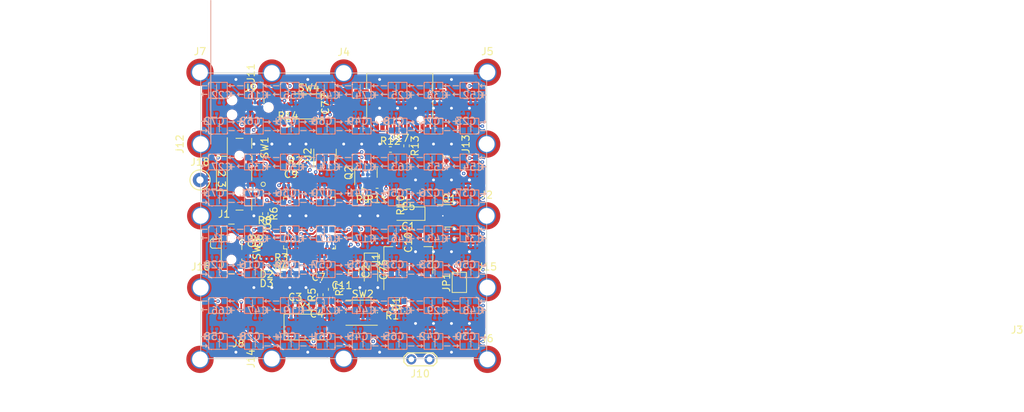
<source format=kicad_pcb>
(kicad_pcb (version 20211014) (generator pcbnew)
  (layers (0 "F.Cu" signal) (1 "In1.Cu" signal) (2 "In2.Cu" signal) (31 "B.Cu" signal) (34 "B.Paste" user) (35 "F.Paste" user) (36 "B.SilkS" user "B.Silkscreen") (37 "F.SilkS" user "F.Silkscreen") (38 "B.Mask" user) (39 "F.Mask" user) (44 "Edge.Cuts" user))
  (net 0 "")
  (net 1 "+5V")
  (net 2 "GND")
  (net 3 "+3V3")
  (net 4 "/HSE_IN")
  (net 5 "Net-(C4-Pad1)")
  (net 6 "/NRST")
  (net 7 "Net-(D1-Pad1)")
  (net 8 "Net-(D2-Pad1)")
  (net 9 "Net-(D3-Pad1)")
  (net 10 "Net-(D4-Pad1)")
  (net 11 "/LED_MATRIX_5V")
  (net 12 "Net-(D5-Pad1)")
  (net 13 "Net-(D6-Pad1)")
  (net 14 "Net-(D7-Pad1)")
  (net 15 "Net-(D8-Pad1)")
  (net 16 "Net-(D10-Pad3)")
  (net 17 "Net-(D10-Pad1)")
  (net 18 "Net-(D11-Pad1)")
  (net 19 "Net-(D12-Pad1)")
  (net 20 "Net-(D13-Pad1)")
  (net 21 "Net-(D14-Pad1)")
  (net 22 "Net-(D15-Pad1)")
  (net 23 "Net-(D16-Pad1)")
  (net 24 "Net-(D17-Pad1)")
  (net 25 "Net-(D18-Pad1)")
  (net 26 "Net-(D19-Pad1)")
  (net 27 "Net-(D20-Pad1)")
  (net 28 "Net-(D21-Pad1)")
  (net 29 "Net-(D22-Pad1)")
  (net 30 "Net-(D23-Pad1)")
  (net 31 "Net-(D24-Pad1)")
  (net 32 "Net-(D25-Pad1)")
  (net 33 "Net-(D26-Pad1)")
  (net 34 "Net-(D27-Pad1)")
  (net 35 "Net-(D28-Pad1)")
  (net 36 "Net-(D29-Pad1)")
  (net 37 "Net-(D30-Pad1)")
  (net 38 "Net-(D31-Pad1)")
  (net 39 "Net-(D32-Pad1)")
  (net 40 "Net-(D33-Pad1)")
  (net 41 "Net-(D34-Pad1)")
  (net 42 "Net-(D35-Pad1)")
  (net 43 "Net-(D36-Pad1)")
  (net 44 "Net-(D37-Pad1)")
  (net 45 "Net-(D38-Pad1)")
  (net 46 "Net-(D39-Pad1)")
  (net 47 "Net-(D40-Pad1)")
  (net 48 "Net-(D41-Pad1)")
  (net 49 "Net-(D42-Pad1)")
  (net 50 "Net-(D43-Pad1)")
  (net 51 "Net-(D44-Pad1)")
  (net 52 "Net-(D45-Pad1)")
  (net 53 "Net-(D46-Pad1)")
  (net 54 "Net-(D47-Pad1)")
  (net 55 "Net-(D48-Pad1)")
  (net 56 "Net-(D49-Pad1)")
  (net 57 "Net-(D50-Pad1)")
  (net 58 "Net-(D51-Pad1)")
  (net 59 "Net-(D52-Pad1)")
  (net 60 "Net-(D53-Pad1)")
  (net 61 "Net-(D54-Pad1)")
  (net 62 "Net-(D55-Pad1)")
  (net 63 "Net-(D56-Pad1)")
  (net 64 "Net-(D57-Pad1)")
  (net 65 "Net-(D58-Pad1)")
  (net 66 "Net-(D59-Pad1)")
  (net 67 "Net-(D60-Pad1)")
  (net 68 "Net-(D61-Pad1)")
  (net 69 "Net-(D62-Pad1)")
  (net 70 "Net-(D63-Pad1)")
  (net 71 "Net-(D64-Pad1)")
  (net 72 "Net-(D65-Pad1)")
  (net 73 "Net-(D66-Pad1)")
  (net 74 "Net-(D67-Pad1)")
  (net 75 "Net-(J1-Pad1)")
  (net 76 "/LED_MATRIX")
  (net 77 "/LED_DEBUG")
  (net 78 "/LED_USR")
  (net 79 "/HSE_OUT")
  (net 80 "/ENA_PIN")
  (net 81 "/BOOT0")
  (net 86 "/UART2_TX")
  (net 87 "/UART2_RX")
  (net 93 "/UART3_TX")
  (net 94 "/UART3_RX")
  (net 98 "/USR_BTN")
  (net 100 "/UART1_TX")
  (net 101 "/UART1_RX")
  (net 102 "/SWDIO")
  (net 103 "/SWCLK")
  (net 112 "Net-(Q2-Pad2)")
  (net 114 "Net-(J17-PadA5)")
  (net 116 "Net-(J17-PadB5)")
  (net 118 "/USB_D+")
  (net 119 "/USB_D-")
  (net 120 "Net-(J15-Pad1)")
  (net 121 "Net-(R6-Pad1)")
  (net 122 "Net-(R8-Pad1)")
  (net 123 "Net-(J18-Pad1)")
  (footprint "LED_PCB_LIB:USB_C_Connector_16P_SMD" (layer "F.Cu") (at 95.3 47.125 180)
    (fp_text reference "J17")
    (fp_text value "USB_C_Receptacle_USB2.0")
  )
  (footprint "Resistor_SMD:R_0402_1005Metric" (layer "F.Cu") (at 92.15 56.5375 180)
    (fp_text reference "R11")
    (fp_text value "1k5")
  )
  (footprint "MountingHole:MountingHole_2.2mm_M2_DIN965_Pad_TopOnly" (layer "F.Cu") (at 87.5 40.1)
    (fp_text reference "J4")
    (fp_text value "+5v Pad")
  )
  (footprint "MountingHole:MountingHole_2.2mm_M2_DIN965_Pad_TopOnly" (layer "F.Cu") (at 107.5 80)
    (fp_text reference "J6")
    (fp_text value "GND Pad")
  )
  (footprint "Capacitor_SMD:C_0402_1005Metric" (layer "F.Cu") (at 83.75 72.5 180)
    (fp_text reference "C4")
    (fp_text value "30p")
  )
  (footprint "MountingHole:MountingHole_2.2mm_M2_DIN965_Pad_TopOnly" (layer "F.Cu") (at 67.5 80)
    (fp_text reference "J8")
    (fp_text value "GND Pad")
  )
  (footprint "LED_PCB_LIB:SW_SP3T_PCM13" (layer "F.Cu") (at 73 54.1 -90)
    (fp_text reference "SW1")
    (fp_text value "SW_DP3T" hide)
  )
  (footprint "Capacitor_SMD:C_0402_1005Metric" (layer "F.Cu") (at 80.75 72.5)
    (fp_text reference "C3")
    (fp_text value "30p")
  )
  (footprint "Capacitor_SMD:C_0201_0603Metric" (layer "F.Cu") (at 86 44.45 90)
    (fp_text reference "C77")
    (fp_text value "100n")
  )
  (footprint "MountingHole:MountingHole_2.2mm_M2_DIN965_Pad_TopOnly" (layer "F.Cu") (at 67.6 70)
    (fp_text reference "J16")
    (fp_text value "Matrix_pad")
  )
  (footprint "Package_QFP:LQFP-48_7x7mm_P0.5mm" (layer "F.Cu") (at 82.75 61 90)
    (fp_text reference "U3")
    (fp_text value "STM32F103C8Tx")
  )
  (footprint "LED_SMD:LED_0402_1005Metric" (layer "F.Cu") (at 76.765 68.25 180)
    (fp_text reference "D3")
    (fp_text value "Red")
  )
  (footprint "Resistor_SMD:R_0402_1005Metric" (layer "F.Cu") (at 79.75 47.25)
    (fp_text reference "R14")
    (fp_text value "10k")
  )
  (footprint "Capacitor_SMD:C_0201_0603Metric" (layer "F.Cu") (at 75.8 63.5 90)
    (fp_text reference "C8")
    (fp_text value "100n")
  )
  (footprint "MountingHole:MountingHole_2.2mm_M2_DIN965_Pad_TopOnly" (layer "F.Cu") (at 87.5 79.9)
    (fp_text reference "J3")
    (fp_text value "+5v Pad")
  )
  (footprint "Resistor_SMD:R_0402_1005Metric" (layer "F.Cu") (at 96.25 50.25 -90)
    (fp_text reference "R13")
    (fp_text value "5.1k")
  )
  (footprint "Button_Switch_SMD:SW_SPDT_PCM12" (layer "F.Cu") (at 72.2 64.6 -90)
    (fp_text reference "SW3")
    (fp_text value "SW_DPDT_x2")
  )
  (footprint "Resistor_SMD:R_0402_1005Metric" (layer "F.Cu") (at 78.795 67)
    (fp_text reference "R3")
    (fp_text value "1.5k")
  )
  (footprint "MountingHole:MountingHole_2.2mm_M2_DIN965_Pad_TopOnly" (layer "F.Cu") (at 107.5 70)
    (fp_text reference "J15")
    (fp_text value "LED_MATRIX_IN")
  )
  (footprint "MountingHole:MountingHole_2.2mm_M2_DIN965_Pad_TopOnly" (layer "F.Cu") (at 77.5 79.9 90)
    (fp_text reference "J14")
    (fp_text value "UART Right (TX)")
  )
  (footprint "Package_TO_SOT_SMD:SOT-223-3_TabPin2" (layer "F.Cu") (at 96.5 66.2 90)
    (fp_text reference "U1")
    (fp_text value "AMS1117-3.3")
  )
  (footprint "Resistor_SMD:R_0402_1005Metric" (layer "F.Cu") (at 94 50.75)
    (fp_text reference "R12")
    (fp_text value "5.1k")
  )
  (footprint "Button_Switch_SMD:SW_Push_1P1T_NO_Vertical_Wuerth_434133025816" (layer "F.Cu") (at 82.5 44.75)
    (fp_text reference "SW4")
    (fp_text value "SW_reset")
  )
  (footprint "MountingHole:MountingHole_2.2mm_M2_DIN965_Pad_TopOnly" (layer "F.Cu") (at 67.6 60)
    (fp_text reference "J1")
    (fp_text value "+5v Pad")
  )
  (footprint "Resistor_SMD:R_0402_1005Metric" (layer "F.Cu") (at 84.25 71 90)
    (fp_text reference "R5")
    (fp_text value "4.7M")
  )
  (footprint "TestPoint:TestPoint_Keystone_5000-5004_Miniature" (layer "F.Cu") (at 67.5 55)
    (fp_text reference "J18")
    (fp_text value "ENA_pad")
  )
  (footprint "Capacitor_Tantalum_SMD:CP_EIA-3216-12_Kemet-S" (layer "F.Cu") (at 91.3 67.5 -90)
    (fp_text reference "C76")
    (fp_text value "4.7u")
  )
  (footprint "MountingHole:MountingHole_2.2mm_M2_DIN965_Pad_TopOnly" (layer "F.Cu") (at 107.4 50 90)
    (fp_text reference "J13")
    (fp_text value "UART Left (RX)")
  )
  (footprint "TestPoint:TestPoint_2Pads_Pitch2.54mm_Drill0.8mm" (layer "F.Cu") (at 99.45 80 180)
    (fp_text reference "J10")
    (fp_text value "UART Debug")
  )
  (footprint "Capacitor_Tantalum_SMD:CP_EIA-3216-12_Kemet-S" (layer "F.Cu") (at 96.5 59.7 180)
    (fp_text reference "C1")
    (fp_text value "4.7u")
  )
  (footprint "Capacitor_SMD:C_0201_0603Metric" (layer "F.Cu") (at 80.155 55.25)
    (fp_text reference "C9")
    (fp_text value "100n")
  )
  (footprint "LED_SMD:LED_0402_1005Metric" (layer "F.Cu") (at 96 72.25 90)
    (fp_text reference "D1")
    (fp_text value "Yellow")
  )
  (footprint "Resistor_SMD:R_0402_1005Metric" (layer "F.Cu") (at 90.15 56.5375 180)
    (fp_text reference "R9")
    (fp_text value "10k")
  )
  (footprint "Capacitor_SMD:C_0201_0603Metric" (layer "F.Cu") (at 76.75 63.5 90)
    (fp_text reference "C6")
    (fp_text value "100n")
  )
  (footprint "MountingHole:MountingHole_2.2mm_M2_DIN965_Pad_TopOnly" (layer "F.Cu") (at 107.5 40)
    (fp_text reference "J5")
    (fp_text value "GND Pad")
  )
  (footprint "Capacitor_SMD:C_0805_2012Metric" (layer "F.Cu") (at 88.9 67.75 -90)
    (fp_text reference "C2")
    (fp_text value "22u t")
  )
  (footprint "Capacitor_SMD:C_0201_0603Metric" (layer "F.Cu") (at 88.75 58.5 -90)
    (fp_text reference "C10")
    (fp_text value "100n")
  )
  (footprint "MountingHole:MountingHole_2.2mm_M2_DIN965_Pad_TopOnly" (layer "F.Cu") (at 67.5 40)
    (fp_text reference "J7")
    (fp_text value "GND Pad")
  )
  (footprint "Resistor_SMD:R_0402_1005Metric" (layer "F.Cu") (at 76.6 59.7 -90)
    (fp_text reference "R6")
    (fp_text value "10k")
  )
  (footprint "Package_TO_SOT_SMD:SOT-23-6" (layer "F.Cu") (at 84.9 51.5 90)
    (fp_text reference "U2")
    (fp_text value "TPD4EUSB30")
  )
  (footprint "Resistor_SMD:R_0402_1005Metric" (layer "F.Cu") (at 85.75 70.25 -90)
    (fp_text reference "R7")
    (fp_text value "10k")
  )
  (footprint "Package_TO_SOT_SMD:SOT-23" (layer "F.Cu") (at 102.2 60)
    (fp_text reference "Q1")
    (fp_text value "Si2319CDS")
  )
  (footprint "Capacitor_SMD:C_0201_0603Metric" (layer "F.Cu") (at 87.25 70.75)
    (fp_text reference "C11")
    (fp_text value "100n")
  )
  (footprint "Resistor_SMD:R_0402_1005Metric" (layer "F.Cu") (at 78.795 68.25)
    (fp_text reference "R4")
    (fp_text value "1.5k")
  )
  (footprint "Resistor_SMD:R_0402_1005Metric" (layer "F.Cu") (at 76.5 61.8)
    (fp_text reference "R8")
    (fp_text value "10k")
  )
  (footprint "Capacitor_SMD:C_0805_2012Metric" (layer "F.Cu") (at 96.5 57 180)
    (fp_text reference "C5")
    (fp_text value "22u t")
  )
  (footprint "Connector:Tag-Connect_TC2030-IDC-NL_2x03_P1.27mm_Vertical" (layer "F.Cu") (at 74.5 44.9 180)
    (fp_text reference "J9")
    (fp_text value "ST-Link Tagcon")
  )
  (footprint "LED_SMD:LED_0402_1005Metric" (layer "F.Cu") (at 76.765 67 180)
    (fp_text reference "D2")
    (fp_text value "Blue")
  )
  (footprint "MountingHole:MountingHole_2.2mm_M2_DIN965_Pad_TopOnly" (layer "F.Cu") (at 107.4 60)
    (fp_text reference "J2")
    (fp_text value "+5v Pad")
  )
  (footprint "Package_TO_SOT_SMD:SOT-23" (layer "F.Cu") (at 90.6 54 90)
    (fp_text reference "Q2")
    (fp_text value "BSS138")
  )
  (footprint "Button_Switch_SMD:SW_Push_1P1T_NO_Vertical_Wuerth_434133025816" (layer "F.Cu") (at 90 73.5)
    (fp_text reference "SW2")
    (fp_text value "SW_reset")
  )
  (footprint "Crystal:Crystal_SMD_5032-2Pin_5.0x3.2mm" (layer "F.Cu") (at 82.25 75.5)
    (fp_text reference "Y1")
    (fp_text value "8MHz")
  )
  (footprint "Resistor_SMD:R_0402_1005Metric" (layer "F.Cu") (at 80.75 53.5)
    (fp_text reference "R2")
    (fp_text value "1.5k")
  )
  (footprint "MountingHole:MountingHole_2.2mm_M2_DIN965_Pad_TopOnly" (layer "F.Cu") (at 67.6 50 90)
    (fp_text reference "J12")
    (fp_text value "UART Bottom (TX)")
  )
  (footprint "Resistor_SMD:R_0402_1005Metric" (layer "F.Cu") (at 94.25 72.75 180)
    (fp_text reference "R1")
    (fp_text value "1.5k")
  )
  (footprint "Jumper:SolderJumper-2_P1.3mm_Open_TrianglePad1.0x1.5mm" (layer "F.Cu") (at 103.6 69.275 90)
    (fp_text reference "JP1")
    (fp_text value "EXT_SIGNAL")
  )
  (footprint "Capacitor_SMD:C_0201_0603Metric" (layer "F.Cu") (at 84 67.5 180)
    (fp_text reference "C7")
    (fp_text value "100n")
  )
  (footprint "MountingHole:MountingHole_2.2mm_M2_DIN965_Pad_TopOnly" (layer "F.Cu") (at 77.5 40.1 90)
    (fp_text reference "J11")
    (fp_text value "UART Top (RX)")
  )
  (footprint "Resistor_SMD:R_0402_1005Metric" (layer "F.Cu") (at 101.8 51.8 90)
    (fp_text reference "R10")
    (fp_text value "10k")
  )
  (footprint "LED_PCB_LIB:LED-2020" (layer "B.Cu") (at 80 72.5 180)
    (fp_text reference "D57" hide)
    (fp_text value "WS2812B")
  )
  (footprint "LED_PCB_LIB:LED-2020" (layer "B.Cu") (at 95 47.5)
    (fp_text reference "D17" hide)
    (fp_text value "WS2812B")
  )
  (footprint "LED_PCB_LIB:LED-2020" (layer "B.Cu") (at 90 47.5)
    (fp_text reference "D16" hide)
    (fp_text value "WS2812B")
  )
  (footprint "Capacitor_SMD:C_0201_0603Metric" (layer "B.Cu") (at 85.5 44.25 180)
    (fp_text reference "C40")
    (fp_text value "100n")
  )
  (footprint "LED_PCB_LIB:LED-2020" (layer "B.Cu") (at 95 52.5 180)
    (fp_text reference "D22" hide)
    (fp_text value "WS2812B")
  )
  (footprint "Capacitor_SMD:C_0201_0603Metric" (layer "B.Cu") (at 99.5 45.75)
    (fp_text reference "C24")
    (fp_text value "100n")
  )
  (footprint "LED_PCB_LIB:LED-2020" (layer "B.Cu") (at 105 42.5 180)
    (fp_text reference "D4" hide)
    (fp_text value "WS2812B")
  )
  (footprint "Capacitor_SMD:C_0201_0603Metric" (layer "B.Cu") (at 79.5 55.75)
    (fp_text reference "C36")
    (fp_text value "100n")
  )
  (footprint "Capacitor_SMD:C_0201_0603Metric" (layer "B.Cu") (at 70.5 64.25 180)
    (fp_text reference "C34")
    (fp_text value "100n")
  )
  (footprint "Capacitor_SMD:C_0201_0603Metric" (layer "B.Cu") (at 105.5 54.25 180)
    (fp_text reference "C54")
    (fp_text value "100n")
  )
  (footprint "Capacitor_SMD:C_0201_0603Metric" (layer "B.Cu") (at 74.5 75.75)
    (fp_text reference "C28")
    (fp_text value "100n")
  )
  (footprint "Capacitor_SMD:C_0201_0603Metric" (layer "B.Cu") (at 90.5 54.25 180)
    (fp_text reference "C13")
    (fp_text value "100n")
  )
  (footprint "LED_PCB_LIB:LED-2020" (layer "B.Cu") (at 105 57.5)
    (fp_text reference "D35" hide)
    (fp_text value "WS2812B")
  )
  (footprint "LED_PCB_LIB:LED-2020" (layer "B.Cu") (at 90 77.5)
    (fp_text reference "D64" hide)
    (fp_text value "WS2812B")
  )
  (footprint "LED_PCB_LIB:LED-2020" (layer "B.Cu") (at 70 77.5)
    (fp_text reference "D60" hide)
    (fp_text value "WS2812B")
  )
  (footprint "Capacitor_SMD:C_0201_0603Metric" (layer "B.Cu") (at 85.5 54.25 180)
    (fp_text reference "C14")
    (fp_text value "100n")
  )
  (footprint "Capacitor_SMD:C_0201_0603Metric" (layer "B.Cu") (at 74.5 45.75)
    (fp_text reference "C62")
    (fp_text value "100n")
  )
  (footprint "LED_PCB_LIB:LED-2020" (layer "B.Cu") (at 70 52.5 180)
    (fp_text reference "D27" hide)
    (fp_text value "WS2812B")
  )
  (footprint "Capacitor_SMD:C_0201_0603Metric" (layer "B.Cu") (at 80.5 54.25 180)
    (fp_text reference "C51")
    (fp_text value "100n")
  )
  (footprint "LED_PCB_LIB:LED-2020" (layer "B.Cu") (at 75 77.5)
    (fp_text reference "D61" hide)
    (fp_text value "WS2812B")
  )
  (footprint "Capacitor_SMD:C_0201_0603Metric" (layer "B.Cu") (at 69.5 55.75)
    (fp_text reference "C73")
    (fp_text value "100n")
  )
  (footprint "LED_PCB_LIB:LED-2020" (layer "B.Cu") (at 100 72.5 180)
    (fp_text reference "D53" hide)
    (fp_text value "WS2812B")
  )
  (footprint "LED_PCB_LIB:LED-2020" (layer "B.Cu") (at 75 42.5 180)
    (fp_text reference "D10" hide)
    (fp_text value "WS2812B")
  )
  (footprint "Capacitor_SMD:C_0201_0603Metric" (layer "B.Cu") (at 79.5 45.75)
    (fp_text reference "C75")
    (fp_text value "100n")
  )
  (footprint "Capacitor_SMD:C_0201_0603Metric" (layer "B.Cu") (at 79.5 65.75)
    (fp_text reference "C69")
    (fp_text value "100n")
  )
  (footprint "LED_PCB_LIB:LED-2020" (layer "B.Cu") (at 75 62.5 180)
    (fp_text reference "D42" hide)
    (fp_text value "WS2812B")
  )
  (footprint "Capacitor_SMD:C_0201_0603Metric" (layer "B.Cu") (at 84.5 55.75)
    (fp_text reference "C70")
    (fp_text value "100n")
  )
  (footprint "Capacitor_SMD:C_0201_0603Metric" (layer "B.Cu") (at 90.5 44.25 180)
    (fp_text reference "C74")
    (fp_text value "100n")
  )
  (footprint "LED_PCB_LIB:LED-2020" (layer "B.Cu") (at 85 57.5)
    (fp_text reference "D31" hide)
    (fp_text value "WS2812B")
  )
  (footprint "LED_PCB_LIB:LED-2020" (layer "B.Cu") (at 80 57.5)
    (fp_text reference "D30" hide)
    (fp_text value "WS2812B")
  )
  (footprint "LED_PCB_LIB:LED-2020" (layer "B.Cu") (at 75 47.5)
    (fp_text reference "D13" hide)
    (fp_text value "WS2812B")
  )
  (footprint "Capacitor_SMD:C_0201_0603Metric" (layer "B.Cu") (at 70.5 74.25 180)
    (fp_text reference "C66")
    (fp_text value "100n")
  )
  (footprint "Capacitor_SMD:C_0201_0603Metric" (layer "B.Cu") (at 84.5 45.75)
    (fp_text reference "C68")
    (fp_text value "100n")
  )
  (footprint "Capacitor_SMD:C_0201_0603Metric" (layer "B.Cu") (at 94.5 45.75)
    (fp_text reference "C18")
    (fp_text value "100n")
  )
  (footprint "Capacitor_SMD:C_0201_0603Metric" (layer "B.Cu") (at 79.5 75.75)
    (fp_text reference "C64")
    (fp_text value "100n")
  )
  (footprint "Capacitor_SMD:C_0201_0603Metric" (layer "B.Cu") (at 74.5 65.75)
    (fp_text reference "C16")
    (fp_text value "100n")
  )
  (footprint "Capacitor_SMD:C_0201_0603Metric" (layer "B.Cu") (at 85.5 64.25 180)
    (fp_text reference "C67")
    (fp_text value "100n")
  )
  (footprint "Capacitor_SMD:C_0201_0603Metric" (layer "B.Cu") (at 99.5 75.75)
    (fp_text reference "C42")
    (fp_text value "100n")
  )
  (footprint "LED_PCB_LIB:LED-2020" (layer "B.Cu") (at 95 57.5)
    (fp_text reference "D33" hide)
    (fp_text value "WS2812B")
  )
  (footprint "LED_PCB_LIB:LED-2020" (layer "B.Cu") (at 70 72.5 180)
    (fp_text reference "D59" hide)
    (fp_text value "WS2812B")
  )
  (footprint "LED_PCB_LIB:LED-2020" (layer "B.Cu") (at 85 62.5 180)
    (fp_text reference "D40" hide)
    (fp_text value "WS2812B")
  )
  (footprint "LED_PCB_LIB:LED-2020" (layer "B.Cu") (at 100 57.5)
    (fp_text reference "D34" hide)
    (fp_text value "WS2812B")
  )
  (footprint "LED_PCB_LIB:LED-2020" (layer "B.Cu") (at 85 67.5)
    (fp_text reference "D47" hide)
    (fp_text value "WS2812B")
  )
  (footprint "Capacitor_SMD:C_0201_0603Metric" (layer "B.Cu") (at 95.5 44.25 180)
    (fp_text reference "C25")
    (fp_text value "100n")
  )
  (footprint "Capacitor_SMD:C_0201_0603Metric" (layer "B.Cu") (at 105.5 64.25 180)
    (fp_text reference "C31")
    (fp_text value "100n")
  )
  (footprint "LED_PCB_LIB:LED-2020" (layer "B.Cu") (at 90 62.5 180)
    (fp_text reference "D39" hide)
    (fp_text value "WS2812B")
  )
  (footprint "Capacitor_SMD:C_0201_0603Metric" (layer "B.Cu") (at 99.5 55.75)
    (fp_text reference "C26")
    (fp_text value "100n")
  )
  (footprint "Capacitor_SMD:C_0201_0603Metric" (layer "B.Cu") (at 105.5 74.25 180)
    (fp_text reference "C48")
    (fp_text value "100n")
  )
  (footprint "Capacitor_SMD:C_0201_0603Metric" (layer "B.Cu") (at 90.5 64.25 180)
    (fp_text reference "C17")
    (fp_text value "100n")
  )
  (footprint "Capacitor_SMD:C_0201_0603Metric" (layer "B.Cu") (at 84.5 75.75)
    (fp_text reference "C61")
    (fp_text value "100n")
  )
  (footprint "Capacitor_SMD:C_0201_0603Metric" (layer "B.Cu") (at 89.5 45.75)
    (fp_text reference "C49")
    (fp_text value "100n")
  )
  (footprint "LED_PCB_LIB:LED-2020" (layer "B.Cu") (at 100 67.5)
    (fp_text reference "D50" hide)
    (fp_text value "WS2812B")
  )
  (footprint "LED_PCB_LIB:LED-2020" (layer "B.Cu") (at 95 67.5)
    (fp_text reference "D49" hide)
    (fp_text value "WS2812B")
  )
  (footprint "LED_PCB_LIB:LED-2020" (layer "B.Cu") (at 100 77.5)
    (fp_text reference "D66" hide)
    (fp_text value "WS2812B")
  )
  (footprint "Capacitor_SMD:C_0201_0603Metric" (layer "B.Cu") (at 75.5 44.25 180)
    (fp_text reference "C15")
    (fp_text value "100n")
  )
  (footprint "Capacitor_SMD:C_0201_0603Metric" (layer "B.Cu") (at 70.5 44.25 180)
    (fp_text reference "C22")
    (fp_text value "100n")
  )
  (footprint "Capacitor_SMD:C_0201_0603Metric" (layer "B.Cu") (at 94.5 75.75)
    (fp_text reference "C65")
    (fp_text value "100n")
  )
  (footprint "LED_PCB_LIB:LED-2020" (layer "B.Cu") (at 75 72.5 180)
    (fp_text reference "D58" hide)
    (fp_text value "WS2812B")
  )
  (footprint "Capacitor_SMD:C_0201_0603Metric" (layer "B.Cu") (at 95.5 74.25 180)
    (fp_text reference "C12")
    (fp_text value "100n")
  )
  (footprint "Capacitor_SMD:C_0201_0603Metric" (layer "B.Cu") (at 89.5 65.75)
    (fp_text reference "C35")
    (fp_text value "100n")
  )
  (footprint "LED_PCB_LIB:LED-2020" (layer "B.Cu") (at 80 52.5 180)
    (fp_text reference "D25" hide)
    (fp_text value "WS2812B")
  )
  (footprint "Capacitor_SMD:C_0201_0603Metric" (layer "B.Cu") (at 80.5 74.25 180)
    (fp_text reference "C19")
    (fp_text value "100n")
  )
  (footprint "LED_PCB_LIB:LED-2020" (layer "B.Cu") (at 90 52.5 180)
    (fp_text reference "D23" hide)
    (fp_text value "WS2812B")
  )
  (footprint "Capacitor_SMD:C_0201_0603Metric" (layer "B.Cu") (at 104.5 65.75)
    (fp_text reference "C50")
    (fp_text value "100n")
  )
  (footprint "Capacitor_SMD:C_0201_0603Metric" (layer "B.Cu") (at 99.5 65.75)
    (fp_text reference "C33")
    (fp_text value "100n")
  )
  (footprint "Capacitor_SMD:C_0201_0603Metric" (layer "B.Cu") (at 75.5 74.25 180)
    (fp_text reference "C47")
    (fp_text value "100n")
  )
  (footprint "LED_PCB_LIB:LED-2020" (layer "B.Cu") (at 75 52.5 180)
    (fp_text reference "D26" hide)
    (fp_text value "WS2812B")
  )
  (footprint "LED_PCB_LIB:LED-2020" (layer "B.Cu") (at 90 72.5 180)
    (fp_text reference "D55" hide)
    (fp_text value "WS2812B")
  )
  (footprint "LED_PCB_LIB:LED-2020" (layer "B.Cu") (at 70 67.5)
    (fp_text reference "D44" hide)
    (fp_text value "WS2812B")
  )
  (footprint "LED_PCB_LIB:LED-2020" (layer "B.Cu") (at 90 57.5)
    (fp_text reference "D32" hide)
    (fp_text value "WS2812B")
  )
  (footprint "LED_PCB_LIB:LED-2020" (layer "B.Cu") (at 90 67.5)
    (fp_text reference "D48" hide)
    (fp_text value "WS2812B")
  )
  (footprint "Capacitor_SMD:C_0201_0603Metric" (layer "B.Cu") (at 104.5 55.75)
    (fp_text reference "C37")
    (fp_text value "100n")
  )
  (footprint "Capacitor_SMD:C_0201_0603Metric" (layer "B.Cu") (at 100.5 74.25 180)
    (fp_text reference "C29")
    (fp_text value "100n")
  )
  (footprint "LED_PCB_LIB:LED-2020" (layer "B.Cu") (at 80 77.5)
    (fp_text reference "D62" hide)
    (fp_text value "WS2812B")
  )
  (footprint "LED_PCB_LIB:LED-2020" (layer "B.Cu") (at 95 77.5)
    (fp_text reference "D65" hide)
    (fp_text value "WS2812B")
  )
  (footprint "LED_PCB_LIB:LED-2020" (layer "B.Cu") (at 105 52.5 180)
    (fp_text reference "D20" hide)
    (fp_text value "WS2812B")
  )
  (footprint "LED_PCB_LIB:LED-2020" (layer "B.Cu") (at 100 62.5 180)
    (fp_text reference "D37" hide)
    (fp_text value "WS2812B")
  )
  (footprint "LED_PCB_LIB:LED-2020" (layer "B.Cu") (at 75 57.5)
    (fp_text reference "D29" hide)
    (fp_text value "WS2812B")
  )
  (footprint "LED_PCB_LIB:LED-2020" (layer "B.Cu") (at 105 62.5 180)
    (fp_text reference "D36" hide)
    (fp_text value "WS2812B")
  )
  (footprint "Capacitor_SMD:C_0201_0603Metric" (layer "B.Cu") (at 74.5 55.75)
    (fp_text reference "C71")
    (fp_text value "100n")
  )
  (footprint "Capacitor_SMD:C_0201_0603Metric" (layer "B.Cu") (at 75.5 54.25 180)
    (fp_text reference "C39")
    (fp_text value "100n")
  )
  (footprint "LED_PCB_LIB:LED-2020" (layer "B.Cu") (at 75 67.5)
    (fp_text reference "D45" hide)
    (fp_text value "WS2812B")
  )
  (footprint "Capacitor_SMD:C_0201_0603Metric" (layer "B.Cu") (at 94.5 55.75)
    (fp_text reference "C56")
    (fp_text value "100n")
  )
  (footprint "Capacitor_SMD:C_0201_0603Metric" (layer "B.Cu") (at 95.5 54.25 180)
    (fp_text reference "C63")
    (fp_text value "100n")
  )
  (footprint "LED_PCB_LIB:LED-2020" (layer "B.Cu") (at 100 42.5 180)
    (fp_text reference "D5" hide)
    (fp_text value "WS2812B")
  )
  (footprint "LED_PCB_LIB:LED-2020" (layer "B.Cu") (at 85 47.5)
    (fp_text reference "D15" hide)
    (fp_text value "WS2812B")
  )
  (footprint "LED_PCB_LIB:LED-2020" (layer "B.Cu") (at 95 42.5 180)
    (fp_text reference "D6" hide)
    (fp_text value "WS2812B")
  )
  (footprint "Capacitor_SMD:C_0201_0603Metric" (layer "B.Cu") (at 70.5 54.25 180)
    (fp_text reference "C27")
    (fp_text value "100n")
  )
  (footprint "Capacitor_SMD:C_0201_0603Metric" (layer "B.Cu") (at 100.5 44.25 180)
    (fp_text reference "C38")
    (fp_text value "100n")
  )
  (footprint "Capacitor_SMD:C_0201_0603Metric" (layer "B.Cu") (at 69.5 75.75)
    (fp_text reference "C58")
    (fp_text value "100n")
  )
  (footprint "LED_PCB_LIB:LED-2020" (layer "B.Cu") (at 105 47.5)
    (fp_text reference "D19" hide)
    (fp_text value "WS2812B")
  )
  (footprint "Capacitor_SMD:C_0201_0603Metric" (layer "B.Cu") (at 89.5 55.75)
    (fp_text reference "C41")
    (fp_text value "100n")
  )
  (footprint "LED_PCB_LIB:LED-2020" (layer "B.Cu") (at 105 72.5 180)
    (fp_text reference "D52" hide)
    (fp_text value "WS2812B")
  )
  (footprint "Capacitor_SMD:C_0201_0603Metric" (layer "B.Cu") (at 85.5 74.25 180)
    (fp_text reference "C21")
    (fp_text value "100n")
  )
  (footprint "LED_PCB_LIB:LED-2020" (layer "B.Cu") (at 105 77.5)
    (fp_text reference "D67" hide)
    (fp_text value "WS2812B")
  )
  (footprint "Capacitor_SMD:C_0201_0603Metric" (layer "B.Cu") (at 95.5 64.25 180)
    (fp_text reference "C46")
    (fp_text value "100n")
  )
  (footprint "Capacitor_SMD:C_0201_0603Metric" (layer "B.Cu") (at 75.5 64.25 180)
    (fp_text reference "C59")
    (fp_text value "100n")
  )
  (footprint "LED_PCB_LIB:LED-2020" (layer "B.Cu") (at 80 47.5)
    (fp_text reference "D14" hide)
    (fp_text value "WS2812B")
  )
  (footprint "LED_PCB_LIB:LED-2020" (layer "B.Cu") (at 70 62.5 180)
    (fp_text reference "D43" hide)
    (fp_text value "WS2812B")
  )
  (footprint "Capacitor_SMD:C_0201_0603Metric" (layer "B.Cu") (at 105.5 44.25 180)
    (fp_text reference "C52")
    (fp_text value "100n")
  )
  (footprint "LED_PCB_LIB:LED-2020" (layer "B.Cu") (at 100 52.5 180)
    (fp_text reference "D21" hide)
    (fp_text value "WS2812B")
  )
  (footprint "LED_PCB_LIB:LED-2020" (layer "B.Cu") (at 85 72.5 180)
    (fp_text reference "D56" hide)
    (fp_text value "WS2812B")
  )
  (footprint "LED_PCB_LIB:LED-2020" (layer "B.Cu") (at 100 47.5)
    (fp_text reference "D18" hide)
    (fp_text value "WS2812B")
  )
  (footprint "LED_PCB_LIB:LED-2020" (layer "B.Cu") (at 70 47.5)
    (fp_text reference "D12" hide)
    (fp_text value "WS2812B")
  )
  (footprint "Capacitor_SMD:C_0201_0603Metric" (layer "B.Cu") (at 90.5 74.25 180)
    (fp_text reference "C44")
    (fp_text value "100n")
  )
  (footprint "LED_PCB_LIB:LED-2020" (layer "B.Cu") (at 90 42.5 180)
    (fp_text reference "D7" hide)
    (fp_text value "WS2812B")
  )
  (footprint "Capacitor_SMD:C_0201_0603Metric" (layer "B.Cu") (at 69.5 65.75)
    (fp_text reference "C20")
    (fp_text value "100n")
  )
  (footprint "LED_PCB_LIB:LED-2020" (layer "B.Cu") (at 80 67.5)
    (fp_text reference "D46" hide)
    (fp_text value "WS2812B")
  )
  (footprint "Capacitor_SMD:C_0201_0603Metric" (layer "B.Cu") (at 84.5 65.75)
    (fp_text reference "C57")
    (fp_text value "100n")
  )
  (footprint "LED_PCB_LIB:LED-2020" (layer "B.Cu") (at 105 67.5)
    (fp_text reference "D51" hide)
    (fp_text value "WS2812B")
  )
  (footprint "Capacitor_SMD:C_0201_0603Metric" (layer "B.Cu") (at 80.5 64.25 180)
    (fp_text reference "C60")
    (fp_text value "100n")
  )
  (footprint "Capacitor_SMD:C_0201_0603Metric" (layer "B.Cu") (at 89.5 75.75)
    (fp_text reference "C45")
    (fp_text value "100n")
  )
  (footprint "Capacitor_SMD:C_0201_0603Metric" (layer "B.Cu") (at 100.5 64.25 180)
    (fp_text reference "C43")
    (fp_text value "100n")
  )
  (footprint "LED_PCB_LIB:LED-2020" (layer "B.Cu") (at 85 42.5 180)
    (fp_text reference "D8" hide)
    (fp_text value "WS2812B")
  )
  (footprint "LED_PCB_LIB:LED-2020" (layer "B.Cu") (at 95 62.5 180)
    (fp_text reference "D38" hide)
    (fp_text value "WS2812B")
  )
  (footprint "Capacitor_SMD:C_0201_0603Metric" (layer "B.Cu") (at 104.5 75.75)
    (fp_text reference "C30")
    (fp_text value "100n")
  )
  (footprint "LED_PCB_LIB:LED-2020" (layer "B.Cu") (at 80 42.5 180)
    (fp_text reference "D9" hide)
    (fp_text value "WS2812B")
  )
  (footprint "Capacitor_SMD:C_0201_0603Metric" (layer "B.Cu") (at 80.5 44.25 180)
    (fp_text reference "C55")
    (fp_text value "100n")
  )
  (footprint "LED_PCB_LIB:LED-2020" (layer "B.Cu") (at 70 42.5 180)
    (fp_text reference "D11" hide)
    (fp_text value "WS2812B")
  )
  (footprint "Capacitor_SMD:C_0201_0603Metric" (layer "B.Cu") (at 69.5 45.75)
    (fp_text reference "C72")
    (fp_text value "100n")
  )
  (footprint "Capacitor_SMD:C_0201_0603Metric" (layer "B.Cu") (at 104.5 45.75)
    (fp_text reference "C23")
    (fp_text value "100n")
  )
  (footprint "LED_PCB_LIB:LED-2020" (layer "B.Cu") (at 85 52.5 180)
    (fp_text reference "D24" hide)
    (fp_text value "WS2812B")
  )
  (footprint "LED_PCB_LIB:LED-2020" (layer "B.Cu") (at 80 62.5 180)
    (fp_text reference "D41" hide)
    (fp_text value "WS2812B")
  )
  (footprint "LED_PCB_LIB:LED-2020" (layer "B.Cu") (at 85 77.5)
    (fp_text reference "D63" hide)
    (fp_text value "WS2812B")
  )
  (footprint "LED_PCB_LIB:LED-2020" (layer "B.Cu") (at 70 57.5)
    (fp_text reference "D28" hide)
    (fp_text value "WS2812B")
  )
  (footprint "Capacitor_SMD:C_0201_0603Metric" (layer "B.Cu") (at 94.5 65.75)
    (fp_text reference "C32")
    (fp_text value "100n")
  )
  (footprint "Capacitor_SMD:C_0201_0603Metric" (layer "B.Cu") (at 100.5 54.25 180)
    (fp_text reference "C53")
    (fp_text value "100n")
  )
  (footprint "LED_PCB_LIB:LED-2020" (layer "B.Cu") (at 95 72.5 180)
    (fp_text reference "D54" hide)
    (fp_text value "WS2812B")
  )
  (gr_line (start 69 30) (end 69 50) (layer "B.SilkS") (width 0.15))
  (gr_line (start 107.4 40.1) (end 107.4 79.9) (layer "Edge.Cuts") (width 0.1))
  (gr_line (start 67.6 40.1) (end 107.4 40.1) (layer "Edge.Cuts") (width 0.1))
  (gr_line (start 67.6 79.9) (end 67.6 40.1) (layer "Edge.Cuts") (width 0.1))
  (gr_line (start 107.4 79.9) (end 67.6 79.9) (layer "Edge.Cuts") (width 0.1))
  (via (at 97.5 65) (size 0.8) (drill 0.4) (layers "F.Cu" "B.Cu") (net 1))
  (via (at 102.5 55) (size 0.8) (drill 0.4) (layers "F.Cu" "B.Cu") (net 1))
  (via (at 100 75) (size 0.8) (drill 0.4) (layers "F.Cu" "B.Cu") (net 1))
  (via (at 105 55) (size 0.8) (drill 0.4) (layers "F.Cu" "B.Cu") (net 1))
  (via (at 95 45) (size 0.8) (drill 0.4) (layers "F.Cu" "B.Cu") (net 1))
  (via (at 102.5 65) (size 0.8) (drill 0.4) (layers "F.Cu" "B.Cu") (net 1))
  (via (at 92.5 45) (size 0.8) (drill 0.4) (layers "F.Cu" "B.Cu") (net 1))
  (via (at 105 75) (size 0.8) (drill 0.4) (layers "F.Cu" "B.Cu") (net 1))
  (via (at 105 55) (size 0.8) (drill 0.4) (layers "F.Cu" "B.Cu") (net 1))
  (via (at 105 45) (size 0.8) (drill 0.4) (layers "F.Cu" "B.Cu") (net 1))
  (via (at 97.5 75) (size 0.8) (drill 0.4) (layers "F.Cu" "B.Cu") (net 1))
  (via (at 100 55) (size 0.8) (drill 0.4) (layers "F.Cu" "B.Cu") (net 1))
  (via (at 102.5 75) (size 0.8) (drill 0.4) (layers "F.Cu" "B.Cu") (net 1))
  (via (at 100 65) (size 0.8) (drill 0.4) (layers "F.Cu" "B.Cu") (net 1))
  (via (at 97.5 45) (size 0.8) (drill 0.4) (layers "F.Cu" "B.Cu") (net 1))
  (via (at 100 45) (size 0.8) (drill 0.4) (layers "F.Cu" "B.Cu") (net 1))
  (via (at 97.5 55) (size 0.8) (drill 0.4) (layers "F.Cu" "B.Cu") (net 1))
  (via (at 102.5 45) (size 0.8) (drill 0.4) (layers "F.Cu" "B.Cu") (net 1))
  (via (at 105 65) (size 0.8) (drill 0.4) (layers "F.Cu" "B.Cu") (net 1))
  (segment (start 99.15 45.78) (end 99.18 45.75) (width 0.25) (layer "B.Cu") (net 1))
  (segment (start 90.85 63.1) (end 90.85 64.22) (width 0.25) (layer "B.Cu") (net 1))
  (segment (start 69.18 76.87) (end 69.15 76.9) (width 0.25) (layer "B.Cu") (net 1))
  (segment (start 99.18 65.75) (end 99.18 66.87) (width 0.25) (layer "B.Cu") (net 1))
  (segment (start 79.18 56.87) (end 79.15 56.9) (width 0.25) (layer "B.Cu") (net 1))
  (segment (start 75.82 43.13) (end 75.85 43.1) (width 0.25) (layer "B.Cu") (net 1))
  (segment (start 104.18 56.87) (end 104.15 56.9) (width 0.25) (layer "B.Cu") (net 1))
  (segment (start 100.82 64.25) (end 100.82 63.13) (width 0.25) (layer "B.Cu") (net 1))
  (segment (start 79.18 46.87) (end 79.15 46.9) (width 0.25) (layer "B.Cu") (net 1))
  (segment (start 104.18 55.75) (end 104.18 56.87) (width 0.25) (layer "B.Cu") (net 1))
  (segment (start 69.18 55.75) (end 69.18 56.87) (width 0.25) (layer "B.Cu") (net 1))
  (segment (start 85.85 64.22) (end 85.82 64.25) (width 0.25) (layer "B.Cu") (net 1))
  (segment (start 90.82 54.25) (end 90.82 53.13) (width 0.25) (layer "B.Cu") (net 1))
  (segment (start 74.18 55.75) (end 74.18 56.87) (width 0.25) (layer "B.Cu") (net 1))
  (segment (start 69.18 65.75) (end 69.18 66.87) (width 0.25) (layer "B.Cu") (net 1))
  (segment (start 70.82 44.25) (end 70.82 43.13) (width 0.25) (layer "B.Cu") (net 1))
  (segment (start 94.15 46.9) (end 94.15 45.78) (width 0.25) (layer "B.Cu") (net 1))
  (segment (start 69.18 46.87) (end 69.15 46.9) (width 0.25) (layer "B.Cu") (net 1))
  (segment (start 85.85 63.1) (end 85.85 64.22) (width 0.25) (layer "B.Cu") (net 1))
  (segment (start 94.18 76.87) (end 94.15 76.9) (width 0.25) (layer "B.Cu") (net 1))
  (segment (start 104.18 76.87) (end 104.15 76.9) (width 0.25) (layer "B.Cu") (net 1))
  (segment (start 95.82 43.13) (end 95.85 43.1) (width 0.25) (layer "B.Cu") (net 1))
  (segment (start 90.85 64.22) (end 90.82 64.25) (width 0.25) (layer "B.Cu") (net 1))
  (segment (start 80.85 54.22) (end 80.82 54.25) (width 0.25) (layer "B.Cu") (net 1))
  (segment (start 79.18 65.75) (end 79.18 66.87) (width 0.25) (layer "B.Cu") (net 1))
  (segment (start 105.82 74.25) (end 105.82 73.13) (width 0.25) (layer "B.Cu") (net 1))
  (segment (start 74.18 75.75) (end 74.18 76.87) (width 0.25) (layer "B.Cu") (net 1))
  (segment (start 99.18 75.75) (end 99.18 76.87) (width 0.25) (layer "B.Cu") (net 1))
  (segment (start 90.85 44.22) (end 90.82 44.25) (width 0.25) (layer "B.Cu") (net 1))
  (segment (start 70.85 73.1) (end 70.85 74.22) (width 0.25) (layer "B.Cu") (net 1))
  (segment (start 80.82 63.13) (end 80.85 63.1) (width 0.25) (layer "B.Cu") (net 1))
  (segment (start 84.18 56.87) (end 84.15 56.9) (width 0.25) (layer "B.Cu") (net 1))
  (segment (start 70.82 63.13) (end 70.85 63.1) (width 0.25) (layer "B.Cu") (net 1))
  (segment (start 74.18 46.87) (end 74.15 46.9) (width 0.25) (layer "B.Cu") (net 1))
  (segment (start 79.18 75.75) (end 79.18 76.87) (width 0.25) (layer "B.Cu") (net 1))
  (segment (start 105.85 43.1) (end 105.85 44.22) (width 0.25) (layer "B.Cu") (net 1))
  (segment (start 84.18 55.75) (end 84.18 56.87) (width 0.25) (layer "B.Cu") (net 1))
  (segment (start 104.18 75.75) (end 104.18 76.87) (width 0.25) (layer "B.Cu") (net 1))
  (segment (start 80.85 73.1) (end 80.85 74.22) (width 0.25) (layer "B.Cu") (net 1))
  (segment (start 90.85 74.22) (end 90.82 74.25) (width 0.25) (layer "B.Cu") (net 1))
  (segment (start 69.18 75.75) (end 69.18 76.87) (width 0.25) (layer "B.Cu") (net 1))
  (segment (start 105.82 64.25) (end 105.82 63.13) (width 0.25) (layer "B.Cu") (net 1))
  (segment (start 99.15 46.9) (end 99.15 45.78) (width 0.25) (layer "B.Cu") (net 1))
  (segment (start 85.82 53.13) (end 85.85 53.1) (width 0.25) (layer "B.Cu") (net 1))
  (segment (start 70.82 54.25) (end 70.82 53.13) (width 0.25) (layer "B.Cu") (net 1))
  (segment (start 74.18 66.87) (end 74.15 66.9) (width 0.25) (layer "B.Cu") (net 1))
  (segment (start 95.82 44.25) (end 95.82 43.13) (width 0.25) (layer "B.Cu") (net 1))
  (segment (start 80.85 53.1) (end 80.85 54.22) (width 0.25) (layer "B.Cu") (net 1))
  (segment (start 79.18 45.75) (end 79.18 46.87) (width 0.25) (layer "B.Cu") (net 1))
  (segment (start 69.18 45.75) (end 69.18 46.87) (width 0.25) (layer "B.Cu") (net 1))
  (segment (start 104.18 66.87) (end 104.15 66.9) (width 0.25) (layer "B.Cu") (net 1))
  (segment (start 99.18 56.87) (end 99.15 56.9) (width 0.25) (layer "B.Cu") (net 1))
  (segment (start 74.18 56.87) (end 74.15 56.9) (width 0.25) (layer "B.Cu") (net 1))
  (segment (start 79.18 76.87) (end 79.15 76.9) (width 0.25) (layer "B.Cu") (net 1))
  (segment (start 84.18 75.75) (end 84.18 76.87) (width 0.25) (layer "B.Cu") (net 1))
  (segment (start 85.82 43.13) (end 85.85 43.1) (width 0.25) (layer "B.Cu") (net 1))
  (segment (start 94.18 56.87) (end 94.15 56.9) (width 0.25) (layer "B.Cu") (net 1))
  (segment (start 85.85 73.1) (end 85.85 74.22) (width 0.25) (layer "B.Cu") (net 1))
  (segment (start 84.18 46.87) (end 84.15 46.9) (width 0.25) (layer "B.Cu") (net 1))
  (segment (start 100.82 73.13) (end 100.85 73.1) (width 0.25) (layer "B.Cu") (net 1))
  (segment (start 90.82 53.13) (end 90.85 53.1) (width 0.25) (layer "B.Cu") (net 1))
  (segment (start 70.82 53.13) (end 70.85 53.1) (width 0.25) (layer "B.Cu") (net 1))
  (segment (start 105.82 63.13) (end 105.85 63.1) (width 0.25) (layer "B.Cu") (net 1))
  (segment (start 75.82 64.25) (end 75.82 63.13) (width 0.25) (layer "B.Cu") (net 1))
  (segment (start 95.82 54.25) (end 95.82 53.13) (width 0.25) (layer "B.Cu") (net 1))
  (segment (start 94.15 45.78) (end 94.18 45.75) (width 0.25) (layer "B.Cu") (net 1))
  (segment (start 69.18 66.87) (end 69.15 66.9) (width 0.25) (layer "B.Cu") (net 1))
  (segment (start 105.82 54.25) (end 105.82 53.13) (width 0.25) (layer "B.Cu") (net 1))
  (segment (start 75.85 73.1) (end 75.85 74.22) (width 0.25) (layer "B.Cu") (net 1))
  (segment (start 85.82 44.25) (end 85.82 43.13) (width 0.25) (layer "B.Cu") (net 1))
  (segment (start 94.18 66.87) (end 94.15 66.9) (width 0.25) (layer "B.Cu") (net 1))
  (segment (start 89.18 56.87) (end 89.15 56.9) (width 0.25) (layer "B.Cu") (net 1))
  (segment (start 80.85 43.1) (end 80.85 44.22) (width 0.25) (layer "B.Cu") (net 1))
  (segment (start 75.85 74.22) (end 75.82 74.25) (width 0.25) (layer "B.Cu") (net 1))
  (segment (start 105.85 44.22) (end 105.82 44.25) (width 0.25) (layer "B.Cu") (net 1))
  (segment (start 89.18 75.75) (end 89.18 76.87) (width 0.25) (layer "B.Cu") (net 1))
  (segment (start 100.82 53.13) (end 100.85 53.1) (width 0.25) (layer "B.Cu") (net 1))
  (segment (start 79.18 55.75) (end 79.18 56.87) (width 0.25) (layer "B.Cu") (net 1))
  (segment (start 80.82 64.25) (end 80.82 63.13) (width 0.25) (layer "B.Cu") (net 1))
  (segment (start 90.85 43.1) (end 90.85 44.22) (width 0.25) (layer "B.Cu") (net 1))
  (segment (start 100.85 43.1) (end 100.85 44.22) (width 0.25) (layer "B.Cu") (net 1))
  (segment (start 100.82 63.13) (end 100.85 63.1) (width 0.25) (layer "B.Cu") (net 1))
  (segment (start 100.82 54.25) (end 100.82 53.13) (width 0.25) (layer "B.Cu") (net 1))
  (segment (start 99.18 76.87) (end 99.15 76.9) (width 0.25) (layer "B.Cu") (net 1))
  (segment (start 75.82 44.25) (end 75.82 43.13) (width 0.25) (layer "B.Cu") (net 1))
  (segment (start 105.82 53.13) (end 105.85 53.1) (width 0.25) (layer "B.Cu") (net 1))
  (segment (start 74.18 76.87) (end 74.15 76.9) (width 0.25) (layer "B.Cu") (net 1))
  (segment (start 94.18 55.75) (end 94.18 56.87) (width 0.25) (layer "B.Cu") (net 1))
  (segment (start 70.82 64.25) (end 70.82 63.13) (width 0.25) (layer "B.Cu") (net 1))
  (segment (start 89.15 46.9) (end 89.15 45.78) (width 0.25) (layer "B.Cu") (net 1))
  (segment (start 85.82 54.25) (end 85.82 53.13) (width 0.25) (layer "B.Cu") (net 1))
  (segment (start 99.18 66.87) (end 99.15 66.9) (width 0.25) (layer "B.Cu") (net 1))
  (segment (start 85.85 74.22) (end 85.82 74.25) (width 0.25) (layer "B.Cu") (net 1))
  (segment (start 84.18 76.87) (end 84.15 76.9) (width 0.25) (layer "B.Cu") (net 1))
  (segment (start 89.18 65.75) (end 89.18 66.87) (width 0.25) (layer "B.Cu") (net 1))
  (segment (start 104.18 65.75) (end 104.18 66.87) (width 0.25) (layer "B.Cu") (net 1))
  (segment (start 84.18 45.75) (end 84.18 46.87) (width 0.25) (layer "B.Cu") (net 1))
  (segment (start 70.85 74.22) (end 70.82 74.25) (width 0.25) (layer "B.Cu") (net 1))
  (segment (start 84.15 65.78) (end 84.18 65.75) (width 0.25) (layer "B.Cu") (net 1))
  (segment (start 80.85 44.22) (end 80.82 44.25) (width 0.25) (layer "B.Cu") (net 1))
  (segment (start 105.82 73.13) (end 105.85 73.1) (width 0.25) (layer "B.Cu") (net 1))
  (segment (start 99.18 55.75) (end 99.18 56.87) (width 0.25) (layer "B.Cu") (net 1))
  (segment (start 80.85 74.22) (end 80.82 74.25) (width 0.25) (layer "B.Cu") (net 1))
  (segment (start 69.18 56.87) (end 69.15 56.9) (width 0.25) (layer "B.Cu") (net 1))
  (segment (start 95.85 73.1) (end 95.85 74.22) (width 0.25) (layer "B.Cu") (net 1))
  (segment (start 95.85 74.22) (end 95.82 74.25) (width 0.25) (layer "B.Cu") (net 1))
  (segment (start 100.85 44.22) (end 100.82 44.25) (width 0.25) (layer "B.Cu") (net 1))
  (segment (start 79.18 66.87) (end 79.15 66.9) (width 0.25) (layer "B.Cu") (net 1))
  (segment (start 75.82 54.25) (end 75.82 53.13) (width 0.25) (layer "B.Cu") (net 1))
  (segment (start 75.82 63.13) (end 75.85 63.1) (width 0.25) (layer "B.Cu") (net 1))
  (segment (start 89.18 66.87) (end 89.15 66.9) (width 0.25) (layer "B.Cu") (net 1))
  (segment (start 89.18 55.75) (end 89.18 56.87) (width 0.25) (layer "B.Cu") (net 1))
  (segment (start 75.82 53.13) (end 75.85 53.1) (width 0.25) (layer "B.Cu") (net 1))
  (segment (start 74.18 65.75) (end 74.18 66.87) (width 0.25) (layer "B.Cu") (net 1))
  (segment (start 89.15 45.78) (end 89.18 45.75) (width 0.25) (layer "B.Cu") (net 1))
  (segment (start 90.85 73.1) (end 90.85 74.22) (width 0.25) (layer "B.Cu") (net 1))
  (segment (start 84.15 66.9) (end 84.15 65.78) (width 0.25) (layer "B.Cu") (net 1))
  (segment (start 89.18 76.87) (end 89.15 76.9) (width 0.25) (layer "B.Cu") (net 1))
  (segment (start 95.82 64.25) (end 95.82 63.13) (width 0.25) (layer "B.Cu") (net 1))
  (segment (start 95.82 53.13) (end 95.85 53.1) (width 0.25) (layer "B.Cu") (net 1))
  (segment (start 95.82 63.13) (end 95.85 63.1) (width 0.25) (layer "B.Cu") (net 1))
  (segment (start 94.18 75.75) (end 94.18 76.87) (width 0.25) (layer "B.Cu") (net 1))
  (segment (start 94.18 65.75) (end 94.18 66.87) (width 0.25) (layer "B.Cu") (net 1))
  (segment (start 100.82 74.25) (end 100.82 73.13) (width 0.25) (layer "B.Cu") (net 1))
  (segment (start 70.82 43.13) (end 70.85 43.1) (width 0.25) (layer "B.Cu") (net 1))
  (segment (start 74.18 45.75) (end 74.18 46.87) (width 0.25) (layer "B.Cu") (net 1))
  (segment (start 88.75 58.82) (end 88.68 58.75) (width 0.25) (layer "F.Cu") (net 2))
  (segment (start 83.68 67.5) (end 83.68 68.68) (width 0.25) (layer "F.Cu") (net 2))
  (segment (start 88.68 58.75) (end 86.9125 58.75) (width 0.25) (layer "F.Cu") (net 2))
  (segment (start 84.9 52.6375) (end 84.9 53.6) (width 0.25) (layer "F.Cu") (net 2))
  (segment (start 83.5 65.7625) (end 83.5 67.32) (width 0.25) (layer "F.Cu") (net 2))
  (segment (start 80.475 56.8125) (end 80.5 56.8375) (width 0.25) (layer "F.Cu") (net 2))
  (segment (start 101.2625 59.9625) (end 101.3 60) (width 0.25) (layer "F.Cu") (net 2))
  (segment (start 101.2625 59.05) (end 101.2625 59.9625) (width 0.25) (layer "F.Cu") (net 2))
  (segment (start 83.5 67.32) (end 83.68 67.5) (width 0.25) (layer "F.Cu") (net 2))
  (segment (start 83.68 68.68) (end 84.25 69.25) (width 0.25) (layer "F.Cu") (net 2))
  (segment (start 80.475 55.25) (end 80.475 56.8125) (width 0.25) (layer "F.Cu") (net 2))
  (segment (start 84.9 53.6) (end 84.4 54.1) (width 0.25) (layer "F.Cu") (net 2))
  (via (at 77.5 70) (size 0.8) (drill 0.4) (layers "F.Cu" "B.Cu") (net 2))
  (via (at 102.5 41) (size 0.8) (drill 0.4) (layers "F.Cu" "B.Cu") (net 2))
  (via (at 77.5 50) (size 0.8) (drill 0.4) (layers "F.Cu" "B.Cu") (net 2))
  (via (at 82.25 70) (size 0.8) (drill 0.4) (layers "F.Cu" "B.Cu") (net 2))
  (via locked (at 82.5 79) (size 0.8) (drill 0.4) (layers "F.Cu" "B.Cu") (net 2))
  (via (at 84.25 69.25) (size 0.5) (drill 0.2) (layers "F.Cu" "B.Cu") (net 2))
  (via (at 80 70) (size 0.8) (drill 0.4) (layers "F.Cu" "B.Cu") (net 2))
  (via (at 89.75 60) (size 0.8) (drill 0.4) (layers "F.Cu" "B.Cu") (net 2))
  (via (at 100 50) (size 0.8) (drill 0.4) (layers "F.Cu" "B.Cu") (net 2))
  (via (at 87.5 50) (size 0.8) (drill 0.4) (layers "F.Cu" "B.Cu") (net 2))
  (via (at 89.75 70) (size 0.8) (drill 0.4) (layers "F.Cu" "B.Cu") (net 2))
  (via (at 92.5 50) (size 0.8) (drill 0.4) (layers "F.Cu" "B.Cu") (net 2))
  (via (at 102.5 79) (size 0.8) (drill 0.4) (layers "F.Cu" "B.Cu") (net 2))
  (via (at 102.5 50) (size 0.8) (drill 0.4) (layers "F.Cu" "B.Cu") (net 2))
  (via (at 75 60) (size 0.8) (drill 0.4) (layers "F.Cu" "B.Cu") (net 2))
  (via (at 101.3 60) (size 0.5) (drill 0.2) (layers "F.Cu" "B.Cu") (net 2))
  (via (at 75 50) (size 0.8) (drill 0.4) (layers "F.Cu" "B.Cu") (net 2))
  (via (at 90 50) (size 0.8) (drill 0.4) (layers "F.Cu" "B.Cu") (net 2))
  (via (at 80 60) (size 0.8) (drill 0.4) (layers "F.Cu" "B.Cu") (net 2))
  (via locked (at 92.5 79) (size 0.8) (drill 0.4) (layers "F.Cu" "B.Cu") (net 2))
  (via (at 82.25 50) (size 0.8) (drill 0.4) (layers "F.Cu" "B.Cu") (net 2))
  (via (at 84.4 54.1) (size 0.5) (drill 0.2) (layers "F.Cu" "B.Cu") (net 2))
  (via (at 75 70) (size 0.8) (drill 0.4) (layers "F.Cu" "B.Cu") (net 2))
  (via (at 72.5 41) (size 0.8) (drill 0.4) (layers "F.Cu" "B.Cu") (net 2))
  (via (at 92.5 41) (size 0.8) (drill 0.4) (layers "F.Cu" "B.Cu") (net 2))
  (via (at 80 50) (size 0.8) (drill 0.4) (layers "F.Cu" "B.Cu") (net 2))
  (via (at 92.25 60) (size 0.8) (drill 0.4) (layers "F.Cu" "B.Cu") (net 2))
  (via (at 72.5 79) (size 0.8) (drill 0.4) (layers "F.Cu" "B.Cu") (net 2))
  (via (at 92.25 70) (size 0.8) (drill 0.4) (layers "F.Cu" "B.Cu") (net 2))
  (via (at 82.25 60) (size 0.8) (drill 0.4) (layers "F.Cu" "B.Cu") (net 2))
  (via (at 82.5 41) (size 0.8) (drill 0.4) (layers "F.Cu" "B.Cu") (net 2))
  (via (at 77.5 50) (size 0.8) (drill 0.4) (layers "F.Cu" "B.Cu") (net 2))
  (segment (start 79.82 65.75) (end 79.82452 65.75452) (width 0.25) (layer "B.Cu") (net 2))
  (segment (start 75.17548 52.943446) (end 75.17548 54.24548) (width 0.25) (layer "B.Cu") (net 2))
  (segment (start 94.82452 65.75452) (end 94.82452 67.07452) (width 0.25) (layer "B.Cu") (net 2))
  (segment (start 99.82452 45.75452) (end 99.82 45.75) (width 0.25) (layer "B.Cu") (net 2))
  (segment (start 104.82452 47.07452) (end 104.82452 45.75452) (width 0.25) (layer "B.Cu") (net 2))
  (segment (start 79.82452 77.07452) (end 79.82452 75.75452) (width 0.25) (layer "B.Cu") (net 2))
  (segment (start 89.82 55.75) (end 89.82452 55.75452) (width 0.25) (layer "B.Cu") (net 2))
  (segment (start 104.82452 77.07452) (end 105.85 78.1) (width 0.25) (layer "B.Cu") (net 2))
  (segment (start 79.82452 45.75452) (end 79.82452 47.07452) (width 0.25) (layer "B.Cu") (net 2))
  (segment (start 90.17548 44.24548) (end 90.18 44.25) (width 0.25) (layer "B.Cu") (net 2))
  (segment (start 84.82452 55.75452) (end 84.82452 57.07452) (width 0.25) (layer "B.Cu") (net 2))
  (segment (start 70.18 64.25) (end 70.17548 64.24548) (width 0.25) (layer "B.Cu") (net 2))
  (segment (start 85.17548 72.92548) (end 85.17548 74.24548) (width 0.25) (layer "B.Cu") (net 2))
  (segment (start 89.82452 65.75452) (end 89.82452 67.07452) (width 0.25) (layer "B.Cu") (net 2))
  (segment (start 80.17548 72.92548) (end 80.17548 74.24548) (width 0.25) (layer "B.Cu") (net 2))
  (segment (start 94.15 61.917966) (end 95.17548 62.943446) (width 0.25) (layer "B.Cu") (net 2))
  (segment (start 90.17548 62.92548) (end 90.17548 64.24548) (width 0.25) (layer "B.Cu") (net 2))
  (segment (start 89.82452 67.07452) (end 90.85 68.1) (width 0.25) (layer "B.Cu") (net 2))
  (segment (start 89.15 61.9) (end 90.17548 62.92548) (width 0.25) (layer "B.Cu") (net 2))
  (segment (start 79.82452 65.75452) (end 79.82452 67.07452) (width 0.25) (layer "B.Cu") (net 2))
  (segment (start 84.82452 67.07452) (end 85.85 68.1) (width 0.25) (layer "B.Cu") (net 2))
  (segment (start 84.82 55.75) (end 84.82452 55.75452) (width 0.25) (layer "B.Cu") (net 2))
  (segment (start 69.15 51.9) (end 70.17548 52.92548) (width 0.25) (layer "B.Cu") (net 2))
  (segment (start 70.17548 62.92548) (end 69.15 61.9) (width 0.25) (layer "B.Cu") (net 2))
  (segment (start 79.82452 67.07452) (end 80.85 68.1) (width 0.25) (layer "B.Cu") (net 2))
  (segment (start 75.17548 42.92548) (end 74.15 41.9) (width 0.25) (layer "B.Cu") (net 2))
  (segment (start 74.82 45.75) (end 74.82452 45.75452) (width 0.25) (layer "B.Cu") (net 2))
  (segment (start 85.17548 64.24548) (end 85.18 64.25) (width 0.25) (layer "B.Cu") (net 2))
  (segment (start 90.17548 72.943446) (end 90.17548 74.24548) (width 0.25) (layer "B.Cu") (net 2))
  (segment (start 94.82452 45.75452) (end 94.82452 47.07452) (width 0.25) (layer "B.Cu") (net 2))
  (segment (start 85.17548 62.92548) (end 85.17548 64.24548) (width 0.25) (layer "B.Cu") (net 2))
  (segment (start 85.17548 44.24548) (end 85.18 44.25) (width 0.25) (layer "B.Cu") (net 2))
  (segment (start 99.82452 65.75452) (end 99.82 65.75) (width 0.25) (layer "B.Cu") (net 2))
  (segment (start 90.85 48.1) (end 89.82452 47.07452) (width 0.25) (layer "B.Cu") (net 2))
  (segment (start 69.82452 55.75452) (end 69.82452 57.07452) (width 0.25) (layer "B.Cu") (net 2))
  (segment (start 89.82452 77.07452) (end 89.82452 75.75452) (width 0.25) (layer "B.Cu") (net 2))
  (segment (start 100.17548 54.24548) (end 100.18 54.25) (width 0.25) (layer "B.Cu") (net 2))
  (segment (start 100.17548 42.92548) (end 100.17548 44.24548) (width 0.25) (layer "B.Cu") (net 2))
  (segment (start 84.82452 47.07452) (end 84.82452 45.75452) (width 0.25) (layer "B.Cu") (net 2))
  (segment (start 89.15 41.9) (end 90.17548 42.92548) (width 0.25) (layer "B.Cu") (net 2))
  (segment (start 74.82 65.75) (end 74.82452 65.75452) (width 0.25) (layer "B.Cu") (net 2))
  (segment (start 69.15 41.9) (end 70.17548 42.92548) (width 0.25) (layer "B.Cu") (net 2))
  (segment (start 94.82 65.75) (end 94.82452 65.75452) (width 0.25) (layer "B.Cu") (net 2))
  (segment (start 99.82 55.75) (end 99.82452 55.75452) (width 0.25) (layer "B.Cu") (net 2))
  (segment (start 75.17548 62.92548) (end 75.17548 64.24548) (width 0.25) (layer "B.Cu") (net 2))
  (segment (start 90.17548 64.24548) (end 90.18 64.25) (width 0.25) (layer "B.Cu") (net 2))
  (segment (start 89.15 71.9) (end 89.15 71.917966) (width 0.25) (layer "B.Cu") (net 2))
  (segment (start 100.17548 62.92548) (end 100.17548 64.24548) (width 0.25) (layer "B.Cu") (net 2))
  (segment (start 89.82452 75.75452) (end 89.82 75.75) (width 0.25) (layer "B.Cu") (net 2))
  (segment (start 95.17548 64.24548) (end 95.18 64.25) (width 0.25) (layer "B.Cu") (net 2))
  (segment (start 100.742842 68.1) (end 99.82452 67.181678) (width 0.25) (layer "B.Cu") (net 2))
  (segment (start 69.82452 45.75452) (end 69.82 45.75) (width 0.25) (layer "B.Cu") (net 2))
  (segment (start 94.82 45.75) (end 94.82452 45.75452) (width 0.25) (layer "B.Cu") (net 2))
  (segment (start 94.82452 77.07452) (end 95.85 78.1) (width 0.25) (layer "B.Cu") (net 2))
  (segment (start 105.17548 62.943446) (end 105.17548 64.24548) (width 0.25) (layer "B.Cu") (net 2))
  (segment (start 74.82452 57.07452) (end 75.85 58.1) (width 0.25) (layer "B.Cu") (net 2))
  (segment (start 89.15 71.917966) (end 90.17548 72.943446) (width 0.25) (layer "B.Cu") (net 2))
  (segment (start 95.17548 72.92548) (end 95.17548 74.24548) (width 0.25) (layer "B.Cu") (net 2))
  (segment (start 105.85 68.1) (end 104.82452 67.07452) (width 0.25) (layer "B.Cu") (net 2))
  (segment (start 74.15 51.917966) (end 75.17548 52.943446) (width 0.25) (layer "B.Cu") (net 2))
  (segment (start 105.85 58.1) (end 104.82452 57.07452) (width 0.25) (layer "B.Cu") (net 2))
  (segment (start 70.17548 72.92548) (end 70.17548 74.24548) (width 0.25) (layer "B.Cu") (net 2))
  (segment (start 100.85 68.1) (end 100.742842 68.1) (width 0.25) (layer "B.Cu") (net 2))
  (segment (start 104.82452 65.75452) (end 104.82 65.75) (width 0.25) (layer "B.Cu") (net 2))
  (segment (start 94.82 75.75) (end 94.82452 75.75452) (width 0.25) (layer "B.Cu") (net 2))
  (segment (start 85.18 54.25) (end 85.17548 54.24548) (width 0.25) (layer "B.Cu") (net 2))
  (segment (start 69.82452 67.07452) (end 69.82452 65.75452) (width 0.25) (layer "B.Cu") (net 2))
  (segment (start 105.17548 44.24548) (end 105.18 44.25) (width 0.25) (layer "B.Cu") (net 2))
  (segment (start 104.82452 55.75452) (end 104.82 55.75) (width 0.25) (layer "B.Cu") (net 2))
  (segment (start 84.82452 77.07452) (end 85.85 78.1) (width 0.25) (layer "B.Cu") (net 2))
  (segment (start 95.1 42.85) (end 95.1 44.17) (width 0.25) (layer "B.Cu") (net 2))
  (segment (start 80.17548 54.24548) (end 80.17548 52.92548) (width 0.25) (layer "B.Cu") (net 2))
  (segment (start 74.82452 67.07452) (end 75.85 68.1) (width 0.25) (layer "B.Cu") (net 2))
  (segment (start 95.17548 52.92548) (end 94.15 51.9) (width 0.25) (layer "B.Cu") (net 2))
  (segment (start 84.82452 75.75452) (end 84.82452 77.07452) (width 0.25) (layer "B.Cu") (net 2))
  (segment (start 104.15 61.917966) (end 105.17548 62.943446) (width 0.25) (layer "B.Cu") (net 2))
  (segment (start 69.82452 47.07452) (end 69.82452 45.75452) (width 0.25) (layer "B.Cu") (net 2))
  (segment (start 69.82 55.75) (end 69.82452 55.75452) (width 0.25) (layer "B.Cu") (net 2))
  (segment (start 79.82452 75.75452) (end 79.82 75.75) (width 0.25) (layer "B.Cu") (net 2))
  (segment (start 105.17548 42.92548) (end 105.17548 44.24548) (width 0.25) (layer "B.Cu") (net 2))
  (segment (start 90.85 78.1) (end 89.82452 77.07452) (width 0.25) (layer "B.Cu") (net 2))
  (segment (start 104.82 75.75) (end 104.82452 75.75452) (width 0.25) (layer "B.Cu") (net 2))
  (segment (start 79.82452 47.07452) (end 80.85 48.1) (width 0.25) (layer "B.Cu") (net 2))
  (segment (start 84.82452 65.75452) (end 84.82452 67.07452) (width 0.25) (layer "B.Cu") (net 2))
  (segment (start 89.82452 47.07452) (end 89.82452 45.75452) (width 0.25) (layer "B.Cu") (net 2))
  (segment (start 89.82452 57.07452) (end 90.85 58.1) (width 0.25) (layer "B.Cu") (net 2))
  (segment (start 74.82 55.75) (end 74.82452 55.75452) (width 0.25) (layer "B.Cu") (net 2))
  (segment (start 80.17548 62.92548) (end 79.15 61.9) (width 0.25) (layer "B.Cu") (net 2))
  (segment (start 80.17548 52.92548) (end 79.15 51.9) (width 0.25) (layer "B.Cu") (net 2))
  (segment (start 89.82452 45.75452) (end 89.82 45.75) (width 0.25) (layer "B.Cu") (net 2))
  (segment (start 70.17548 44.24548) (end 70.18 44.25) (width 0.25) (layer "B.Cu") (net 2))
  (segment (start 79.82 45.75) (end 79.82452 45.75452) (width 0.25) (layer "B.Cu") (net 2))
  (segment (start 100.17548 72.92548) (end 100.17548 74.24548) (width 0.25) (layer "B.Cu") (net 2))
  (segment (start 69.82 75.75) (end 69.82452 75.75452) (width 0.25) (layer "B.Cu") (net 2))
  (segment (start 104.15 51.9) (end 105.17548 52.92548) (width 0.25) (layer "B.Cu") (net 2))
  (segment (start 74.82452 75.75452) (end 74.82452 77.07452) (width 0.25) (layer "B.Cu") (net 2))
  (segment (start 69.82452 75.75452) (end 69.82452 77.07452) (width 0.25) (layer "B.Cu") (net 2))
  (segment (start 75.17548 54.24548) (end 75.18 54.25) (width 0.25) (layer "B.Cu") (net 2))
  (segment (start 100.17548 52.92548) (end 100.17548 54.24548) (width 0.25) (layer "B.Cu") (net 2))
  (segment (start 74.82452 77.07452) (end 75.85 78.1) (width 0.25) (layer "B.Cu") (net 2))
  (segment (start 75.17548 64.24548) (end 75.18 64.25) (width 0.25) (layer "B.Cu") (net 2))
  (segment (start 84.15 61.9) (end 85.17548 62.92548) (width 0.25) (layer "B.Cu") (net 2))
  (segment (start 85.17548 52.92548) (end 84.15 51.9) (width 0.25) (layer "B.Cu") (net 2))
  (segment (start 90.18 54.25) (end 90.17548 54.24548) (width 0.25) (layer "B.Cu") (net 2))
  (segment (start 74.82452 55.75452) (end 74.82452 57.07452) (width 0.25) (layer "B.Cu") (net 2))
  (segment (start 104.82452 75.75452) (end 104.82452 77.07452) (width 0.25) (layer "B.Cu") (net 2))
  (segment (start 74.82452 45.75452) (end 74.82452 47.07452) (width 0.25) (layer "B.Cu") (net 2))
  (segment (start 90.17548 42.92548) (end 90.17548 44.24548) (width 0.25) (layer "B.Cu") (net 2))
  (segment (start 94.15 41.9) (end 95.1 42.85) (width 0.25) (layer "B.Cu") (net 2))
  (segment (start 85.17548 74.24548) (end 85.18 74.25) (width 0.25) (layer "B.Cu") (net 2))
  (segment (start 99.82452 55.75452) (end 99.82452 57.07452) (width 0.25) (layer "B.Cu") (net 2))
  (segment (start 70.17548 42.92548) (end 70.17548 44.24548) (width 0.25) (layer "B.Cu") (net 2))
  (segment (start 80.17548 64.24548) (end 80.17548 62.92548) (width 0.25) (layer "B.Cu") (net 2))
  (segment (start 75.17548 74.24548) (end 75.18 74.25) (width 0.25) (layer "B.Cu") (net 2))
  (segment (start 99.15 41.9) (end 100.17548 42.92548) (width 0.25) (layer "B.Cu") (net 2))
  (segment (start 95.17548 54.24548) (end 95.17548 52.92548) (width 0.25) (layer "B.Cu") (net 2))
  (segment (start 79.15 41.9) (end 80.17548 42.92548) (width 0.25) (layer "B.Cu") (net 2))
  (segment (start 79.15 71.9) (end 80.17548 72.92548) (width 0.25) (layer "B.Cu") (net 2))
  (segment (start 99.15 51.9) (end 100.17548 52.92548) (width 0.25) (layer "B.Cu") (net 2))
  (segment (start 80.85 78.1) (end 79.82452 77.07452) (width 0.25) (layer "B.Cu") (net 2))
  (segment (start 105.17548 72.92548) (end 105.17548 74.24548) (width 0.25) (layer "B.Cu") (net 2))
  (segment (start 80.18 54.25) (end 80.17548 54.24548) (width 0.25) (layer "B.Cu") (net 2))
  (segment (start 105.85 48.1) (end 104.82452 47.07452) (width 0.25) (layer "B.Cu") (net 2))
  (segment (start 99.82452 75.75452) (end 99.82452 77.07452) (width 0.25) (layer "B.Cu") (net 2))
  (segment (start 99.82452 67.181678) (end 99.82452 65.75452) (width 0.25) (layer "B.Cu") (net 2))
  (segment (start 95.18 54.25) (end 95.17548 54.24548) (width 0.25) (layer "B.Cu") (net 2))
  (segment (start 69.15 71.9) (end 70.17548 72.92548) (width 0.25) (layer "B.Cu") (net 2))
  (segment (start 94.82452 57.07452) (end 95.85 58.1) (width 0.25) (layer "B.Cu") (net 2))
  (segment (start 74.15 61.9) (end 75.17548 62.92548) (width 0.25) (layer "B.Cu") (net 2))
  (segment (start 94.82452 47.07452) (end 95.85 48.1) (width 0.25) (layer "B.Cu") (net 2))
  (segment (start 95.17548 74.24548) (end 95.18 74.25) (width 0.25) (layer "B.Cu") (net 2))
  (segment (start 75.17548 72.92548) (end 75.17548 74.24548) (width 0.25) (layer "B.Cu") (net 2))
  (segment (start 80.17548 44.24548) (end 80.18 44.25) (width 0.25) (layer "B.Cu") (net 2))
  (segment (start 105.17548 74.24548) (end 105.18 74.25) (width 0.25) (layer "B.Cu") (net 2))
  (segment (start 70.17548 52.92548) (end 70.17548 54.24548) (width 0.25) (layer "B.Cu") (net 2))
  (segment (start 80.18 64.25) (end 80.17548 64.24548) (width 0.25) (layer "B.Cu") (net 2))
  (segment (start 100.17548 64.24548) (end 100.18 64.25) (width 0.25) (layer "B.Cu") (net 2))
  (segment (start 80.17548 74.24548) (end 80.18 74.25) (width 0.25) (layer "B.Cu") (net 2))
  (segment (start 84.82452 45.75452) (end 84.82 45.75) (width 0.25) (layer "B.Cu") (net 2))
  (segment (start 90.17548 52.92548) (end 89.15 51.9) (width 0.25) (layer "B.Cu") (net 2))
  (segment (start 104.82452 67.07452) (end 104.82452 65.75452) (width 0.25) (layer "B.Cu") (net 2))
  (segment (start 79.82 55.75) (end 79.82452 55.75452) (width 0.25) (layer "B.Cu") (net 2))
  (segment (start 84.82 65.75) (end 84.82452 65.75452) (width 0.25) (layer "B.Cu") (net 2))
  (segment (start 94.82452 67.07452) (end 95.85 68.1) (width 0.25) (layer "B.Cu") (net 2))
  (segment (start 99.82452 57.07452) (end 100.85 58.1) (width 0.25) (layer "B.Cu") (net 2))
  (segment (start 85.85 48.1) (end 84.82452 47.07452) (width 0.25) (layer "B.Cu") (net 2))
  (segment (start 104.15 61.9) (end 104.15 61.917966) (width 0.25) (layer "B.Cu") (net 2))
  (segment (start 69.82452 77.07452) (end 70.85 78.1) (width 0.25) (layer "B.Cu") (net 2))
  (segment (start 100.17548 44.24548) (end 100.18 44.25) (width 0.25) (layer "B.Cu") (net 2))
  (segment (start 94.15 61.9) (end 94.15 61.917966) (width 0.25) (layer "B.Cu") (net 2))
  (segment (start 70.17548 74.24548) (end 70.18 74.25) (width 0.25) (layer "B.Cu") (net 2))
  (segment (start 100.85 48.1) (end 99.82452 47.07452) (width 0.25) (layer "B.Cu") (net 2))
  (segment (start 74.82 75.75) (end 74.82452 75.75452) (width 0.25) (layer "B.Cu") (net 2))
  (segment (start 90.17548 74.24548) (end 90.18 74.25) (width 0.25) (layer "B.Cu") (net 2))
  (segment (start 70.85 68.1) (end 69.82452 67.07452) (width 0.25) (layer "B.Cu") (net 2))
  (segment (start 74.82452 65.75452) (end 74.82452 67.07452) (width 0.25) (layer "B.Cu") (net 2))
  (segment (start 70.17548 64.24548) (end 70.17548 62.92548) (width 0.25) (layer "B.Cu") (net 2))
  (segment (start 84.15 71.9) (end 85.17548 72.92548) (width 0.25) (layer "B.Cu") (net 2))
  (segment (start 95.17548 62.943446) (end 95.17548 64.24548) (width 0.25) (layer "B.Cu") (net 2))
  (segment (start 94.82452 75.75452) (end 94.82452 77.07452) (width 0.25) (layer "B.Cu") (net 2))
  (segment (start 80.17548 42.92548) (end 80.17548 44.24548) (width 0.25) (layer "B.Cu") (net 2))
  (segment (start 84.15 41.9) (end 84.15 41.917966) (width 0.25) (layer "B.Cu") (net 2))
  (segment (start 74.15 51.9) (end 74.15 51.917966) (width 0.25) (layer "B.Cu") (net 2))
  (segment (start 100.17548 74.24548) (end 100.18 74.25) (width 0.25) (layer "B.Cu") (net 2))
  (segment (start 104.15 71.9) (end 105.17548 72.92548) (width 0.25) (layer "B.Cu") (net 2))
  (segment (start 84.15 41.917966) (end 85.17548 42.943446) (width 0.25) (layer "B.Cu") (net 2))
  (segment (start 79.82452 57.07452) (end 80.85 58.1) (width 0.25) (layer "B.Cu") (net 2))
  (segment (start 70.85 48.1) (end 69.82452 47.07452) (width 0.25) (layer "B.Cu") (net 2))
  (segment (start 74.82452 47.07452) (end 75.85 48.1) (width 0.25) (layer "B.Cu") (net 2))
  (segment (start 94.82452 55.75452) (end 94.82452 57.07452) (width 0.25) (layer "B.Cu") (net 2))
  (segment (start 85.17548 54.24548) (end 85.17548 52.92548) (width 0.25) (layer "B.Cu") (net 2))
  (segment (start 89.82 65.75) (end 89.82452 65.75452) (width 0.25) (layer "B.Cu") (net 2))
  (segment (start 99.82 75.75) (end 99.82452 75.75452) (width 0.25) (layer "B.Cu") (net 2))
  (segment (start 99.82452 77.07452) (end 100.85 78.1) (width 0.25) (layer "B.Cu") (net 2))
  (segment (start 69.82452 57.07452) (end 70.85 58.1) (width 0.25) (layer "B.Cu") (net 2))
  (segment (start 79.82452 55.75452) (end 79.82452 57.07452) (width 0.25) (layer "B.Cu") (net 2))
  (segment (start 105.17548 64.24548) (end 105.18 64.25) (width 0.25) (layer "B.Cu") (net 2))
  (segment (start 105.17548 54.24548) (end 105.18 54.25) (width 0.25) (layer "B.Cu") (net 2))
  (segment (start 85.17548 42.943446) (end 85.17548 44.24548) (width 0.25) (layer "B.Cu") (net 2))
  (segment (start 70.17548 54.24548) (end 70.18 54.25) (width 0.25) (layer "B.Cu") (net 2))
  (segment (start 75.18 44.25) (end 75.17548 44.24548) (width 0.25) (layer "B.Cu") (net 2))
  (segment (start 89.82452 55.75452) (end 89.82452 57.07452) (width 0.25) (layer "B.Cu") (net 2))
  (segment (start 94.15 71.9) (end 95.17548 72.92548) (width 0.25) (layer "B.Cu") (net 2))
  (segment (start 95.1 44.17) (end 95.18 44.25) (width 0.25) (layer "B.Cu") (net 2))
  (segment (start 99.15 71.9) (end 100.17548 72.92548) (width 0.25) (layer "B.Cu") (net 2))
  (segment (start 104.82452 57.07452) (end 104.82452 55.75452) (width 0.25) (layer "B.Cu") (net 2))
  (segment (start 104.82452 45.75452) (end 104.82 45.75) (width 0.25) (layer "B.Cu") (net 2))
  (segment (start 99.15 61.9) (end 100.17548 62.92548) (width 0.25) (layer "B.Cu") (net 2))
  (segment (start 75.17548 44.24548) (end 75.17548 42.92548) (width 0.25) (layer "B.Cu") (net 2))
  (segment (start 105.17548 52.92548) (end 105.17548 54.24548) (width 0.25) (layer "B.Cu") (net 2))
  (segment (start 99.82452 47.07452) (end 99.82452 45.75452) (width 0.25) (layer "B.Cu") (net 2))
  (segment (start 104.15 41.9) (end 105.17548 42.92548) (width 0.25) (layer "B.Cu") (net 2))
  (segment (start 90.17548 54.24548) (end 90.17548 52.92548) (width 0.25) (layer "B.Cu") (net 2))
  (segment (start 69.82452 65.75452) (end 69.82 65.75) (width 0.25) (layer "B.Cu") (net 2))
  (segment (start 74.15 71.9) (end 75.17548 72.92548) (width 0.25) (layer "B.Cu") (net 2))
  (segment (start 84.82452 57.07452) (end 85.85 58.1) (width 0.25) (layer "B.Cu") (net 2))
  (segment (start 94.82 55.75) (end 94.82452 55.75452) (width 0.25) (layer "B.Cu") (net 2))
  (segment (start 84.82 75.75) (end 84.82452 75.75452) (width 0.25) (layer "B.Cu") (net 2))
  (segment (start 89.64 56.5375) (end 89.64 54.9475) (width 0.25) (layer "F.Cu") (net 3))
  (segment (start 74.75 52.6) (end 76.4995 52.6) (width 0.25) (layer "F.Cu") (net 3))
  (segment (start 80.24 52.177534) (end 80.005983 51.943517) (width 0.25) (layer "F.Cu") (net 3))
  (segment (start 88.68 58.25) (end 86.9125 58.25) (width 0.25) (layer "F.Cu") (net 3))
  (segment (start 76.4995 52.6) (end 76.6495 52.75) (width 0.25) (layer "F.Cu") (net 3))
  (segment (start 96 71.8725) (end 96 69.85) (width 0.3) (layer "F.Cu") (net 3))
  (segment (start 80.24 53.5) (end 80.24 52.177534) (width 0.25) (layer "F.Cu") (net 3))
  (segment (start 76.28 68.25) (end 76.28 67) (width 0.25) (layer "F.Cu") (net 3))
  (segment (start 95.5 64.05) (end 96.5 63.05) (width 0.3) (layer "F.Cu") (net 3))
  (segment (start 84 65.7625) (end 84 66.989639) (width 0.25) (layer "F.Cu") (net 3))
  (segment (start 96.5 69) (end 95.5 68) (width 0.3) (layer "F.Cu") (net 3))
  (segment (start 79 55.25) (end 78.5 55.75) (width 0.25) (layer "F.Cu") (net 3))
  (segment (start 88.75 58.18) (end 88.68 58.25) (width 0.25) (layer "F.Cu") (net 3))
  (segment (start 79.9875 65.75) (end 80 65.7625) (width 0.25) (layer "F.Cu") (net 3))
  (segment (start 80 56) (end 79.835 55.835) (width 0.25) (layer "F.Cu") (net 3))
  (segment (start 89.64 54.9475) (end 89.65 54.9375) (width 0.25) (layer "F.Cu") (net 3))
  (segment (start 79.25 43.9495) (end 79.25 47.24) (width 0.25) (layer "F.Cu") (net 3))
  (segment (start 96 69.85) (end 96.5 69.35) (width 0.3) (layer "F.Cu") (net 3))
  (segment (start 96.5 69.35) (end 96.5 69) (width 0.3) (layer "F.Cu") (net 3))
  (segment (start 76.0855 43.9495) (end 75.77 44.265) (width 0.25) (layer "F.Cu") (net 3))
  (segment (start 79.835 55.835) (end 79.835 55.25) (width 0.25) (layer "F.Cu") (net 3))
  (segment (start 79.25 43.9495) (end 76.0855 43.9495) (width 0.25) (layer "F.Cu") (net 3))
  (segment (start 84.32 67.309639) (end 84.32 67.5) (width 0.25) (layer "F.Cu") (net 3))
  (segment (start 84 66.989639) (end 84.32 67.309639) (width 0.25) (layer "F.Cu") (net 3))
  (segment (start 80 56.8375) (end 80 56) (width 0.25) (layer "F.Cu") (net 3))
  (segment (start 95.5 68) (end 95.5 64.05) (width 0.3) (layer "F.Cu") (net 3))
  (segment (start 79.25 47.24) (end 79.24 47.25) (width 0.25) (layer "F.Cu") (net 3))
  (segment (start 79.835 55.25) (end 79 55.25) (width 0.25) (layer "F.Cu") (net 3))
  (via (at 77.5 66) (size 0.5) (drill 0.2) (layers "F.Cu" "B.Cu") (net 3))
  (via (at 79.25 43.9495) (size 0.5) (drill 0.2) (layers "F.Cu" "B.Cu") (net 3))
  (via (at 92.9 63.8) (size 0.5) (drill 0.2) (layers "F.Cu" "B.Cu") (net 3))
  (via (at 88.2 56.9) (size 0.5) (drill 0.2) (layers "F.Cu" "B.Cu") (net 3))
  (via (at 76 66) (size 0.5) (drill 0.2) (layers "F.Cu" "B.Cu") (net 3))
  (via (at 80.005983 51.943517) (size 0.5) (drill 0.2) (layers "F.Cu" "B.Cu") (net 3))
  (via (at 91.4 63.8) (size 0.5) (drill 0.2) (layers "F.Cu" "B.Cu") (net 3))
  (via (at 88.2 56) (size 0.5) (drill 0.2) (layers "F.Cu" "B.Cu") (net 3))
  (via (at 92.15 63.8) (size 0.5) (drill 0.2) (layers "F.Cu" "B.Cu") (net 3))
  (via (at 76.6495 52.75) (size 0.5) (drill 0.2) (layers "F.Cu" "B.Cu") (net 3))
  (via (at 90 58.1) (size 0.5) (drill 0.2) (layers "F.Cu" "B.Cu") (net 3))
  (via (at 78.5 55.75) (size 0.5) (drill 0.2) (layers "F.Cu" "B.Cu") (net 3))
  (via (at 93.65 63.8) (size 0.5) (drill 0.2) (layers "F.Cu" "B.Cu") (net 3))
  (via (at 76.75 66) (size 0.5) (drill 0.2) (layers "F.Cu" "B.Cu") (net 3))
  (segment (start 82 69.024614) (end 80.25 70.774614) (width 0.25) (layer "F.Cu") (net 4))
  (segment (start 82 65.7625) (end 82 69.024614) (width 0.25) (layer "F.Cu") (net 4))
  (segment (start 80.25 70.774614) (end 80.25 74.45) (width 0.25) (layer "F.Cu") (net 4))
  (segment (start 80.25 74.45) (end 80.4 74.6) (width 0.25) (layer "F.Cu") (net 4))
  (segment (start 84.23 72.5) (end 84.23 75.37) (width 0.3) (layer "F.Cu") (net 5))
  (segment (start 84.25 71.51) (end 84.25 72.48) (width 0.3) (layer "F.Cu") (net 5))
  (segment (start 84.25 72.48) (end 84.23 72.5) (width 0.3) (layer "F.Cu") (net 5))
  (segment (start 84.23 75.37) (end 84.1 75.5) (width 0.3) (layer "F.Cu") (net 5))
  (segment (start 85.75 72.4) (end 87.925 74.575) (width 0.25) (layer "F.Cu") (net 6))
  (segment (start 84.625339 69.89548) (end 85.75 71.020141) (width 0.25) (layer "F.Cu") (net 6))
  (segment (start 83 64.359994) (end 83 65.1625) (width 0.25) (layer "F.Cu") (net 6))
  (segment (start 79.9495 61.75) (end 79.9495 62.1995) (width 0.25) (layer "F.Cu") (net 6))
  (segment (start 85.75 70.76) (end 86.92 70.76) (width 0.25) (layer "F.Cu") (net 6))
  (segment (start 81 63.25) (end 81.890006 63.25) (width 0.25) (layer "F.Cu") (net 6))
  (segment (start 79.9495 62.1995) (end 81 63.25) (width 0.25) (layer "F.Cu") (net 6))
  (segment (start 74.5 44.265) (end 74.5 42.5) (width 0.25) (layer "F.Cu") (net 6))
  (segment (start 74.5 42.5) (end 75.031233 41.968767) (width 0.25) (layer "F.Cu") (net 6))
  (segment (start 84.031198 69.89548) (end 84.625339 69.89548) (width 0.25) (layer "F.Cu") (net 6))
  (segment (start 83 65.7625) (end 83 68.864282) (width 0.25) (layer "F.Cu") (net 6))
  (segment (start 83 68.864282) (end 84.031198 69.89548) (width 0.25) (layer "F.Cu") (net 6))
  (segment (start 85.75 71.020141) (end 85.75 72.4) (width 0.25) (layer "F.Cu") (net 6))
  (segment (start 81.890006 63.25) (end 83 64.359994) (width 0.25) (layer "F.Cu") (net 6))
  (segment (start 87.925 74.575) (end 92.05 74.575) (width 0.25) (layer "F.Cu") (net 6))
  (segment (start 86.92 70.76) (end 86.93 70.75) (width 0.25) (layer "F.Cu") (net 6))
  (via (at 79.9495 61.75) (size 0.5) (drill 0.2) (layers "F.Cu" "B.Cu") (net 6))
  (via (at 75.031233 41.968767) (size 0.5) (drill 0.2) (layers "F.Cu" "B.Cu") (net 6))
  (segment (start 94.775 72.735) (end 94.76 72.75) (width 0.3) (layer "F.Cu") (net 7))
  (segment (start 96 72.735) (end 94.775 72.735) (width 0.3) (layer "F.Cu") (net 7))
  (segment (start 78.285 67) (end 77.25 67) (width 0.25) (layer "F.Cu") (net 8))
  (segment (start 78.285 68.25) (end 77.25 68.25) (width 0.25) (layer "F.Cu") (net 9))
  (segment locked (start 103.1 43.1) (end 101.9 41.9) (width 0.25) (layer "B.Cu") (net 10))
  (segment locked (start 104.15 43.1) (end 103.1 43.1) (width 0.25) (layer "B.Cu") (net 10))
  (segment locked (start 101.9 41.9) (end 100.85 41.9) (width 0.25) (layer "B.Cu") (net 10))
  (segment (start 101.8 53) (end 101.8 52.31) (width 0.25) (layer "F.Cu") (net 11))
  (segment (start 91.083572 53.0625) (end 90.6 53.0625) (width 0.25) (layer "F.Cu") (net 11))
  (segment (start 93.4 55.378928) (end 91.083572 53.0625) (width 0.25) (layer "F.Cu") (net 11))
  (segment (start 93.4 56.195608) (end 93.4 55.378928) (width 0.25) (layer "F.Cu") (net 11))
  (segment (start 103.6 68.55) (end 103.6 67.5) (width 0.25) (layer "F.Cu") (net 11))
  (segment (start 103.6 67.5) (end 103.1 67) (width 0.25) (layer "F.Cu") (net 11))
  (via (at 93.4 56.195608) (size 0.5) (drill 0.2) (layers "F.Cu" "B.Cu") (net 11))
  (via (at 103.1 67) (size 0.5) (drill 0.2) (layers "F.Cu" "B.Cu") (net 11))
  (via (at 104.2 54.1) (size 0.5) (drill 0.2) (layers "F.Cu" "B.Cu") (net 11))
  (via (at 101.8 53) (size 0.5) (drill 0.2) (layers "F.Cu" "B.Cu") (net 11))
  (via (at 105 41.9) (size 0.5) (drill 0.2) (layers "F.Cu" "B.Cu") (net 11))
  (segment (start 105.85 41.9) (end 105 41.9) (width 0.25) (layer "B.Cu") (net 11))
  (segment locked (start 96.9 41.9) (end 95.85 41.9) (width 0.25) (layer "B.Cu") (net 12))
  (segment locked (start 98.1 43.1) (end 96.9 41.9) (width 0.25) (layer "B.Cu") (net 12))
  (segment locked (start 99.15 43.1) (end 98.1 43.1) (width 0.25) (layer "B.Cu") (net 12))
  (segment locked (start 91.9 41.9) (end 90.85 41.9) (width 0.25) (layer "B.Cu") (net 13))
  (segment locked (start 94.15 43.1) (end 93.1 43.1) (width 0.25) (layer "B.Cu") (net 13))
  (segment locked (start 93.1 43.1) (end 91.9 41.9) (width 0.25) (layer "B.Cu") (net 13))
  (segment locked (start 89.15 43.1) (end 88.1 43.1) (width 0.25) (layer "B.Cu") (net 14))
  (segment locked (start 88.1 43.1) (end 86.9 41.9) (width 0.25) (layer "B.Cu") (net 14))
  (segment locked (start 86.9 41.9) (end 85.85 41.9) (width 0.25) (layer "B.Cu") (net 14))
  (segment locked (start 81.9 41.9) (end 80.85 41.9) (width 0.25) (layer "B.Cu") (net 15))
  (segment locked (start 83.1 43.1) (end 81.9 41.9) (width 0.25) (layer "B.Cu") (net 15))
  (segment locked (start 84.15 43.1) (end 83.1 43.1) (width 0.25) (layer "B.Cu") (net 15))
  (segment locked (start 76.9 41.9) (end 75.85 41.9) (width 0.25) (layer "B.Cu") (net 16))
  (segment locked (start 78.1 43.1) (end 76.9 41.9) (width 0.25) (layer "B.Cu") (net 16))
  (segment locked (start 79.15 43.1) (end 78.1 43.1) (width 0.25) (layer "B.Cu") (net 16))
  (segment locked (start 73.1 43.1) (end 71.9 41.9) (width 0.25) (layer "B.Cu") (net 17))
  (segment locked (start 71.9 41.9) (end 70.85 41.9) (width 0.25) (layer "B.Cu") (net 17))
  (segment locked (start 74.15 43.1) (end 73.1 43.1) (width 0.25) (layer "B.Cu") (net 17))
  (segment (start 69.15 43.1) (end 68.47548 43.77452) (width 0.25) (layer "B.Cu") (net 18))
  (segment (start 68.47548 47.42548) (end 69.15 48.1) (width 0.25) (layer "B.Cu") (net 18))
  (segment (start 68.47548 43.77452) (end 68.47548 47.42548) (width 0.25) (layer "B.Cu") (net 18))
  (segment (start 69.15 43.1) (end 69.042842 43.1) (width 0.25) (layer "B.Cu") (net 18))
  (segment (start 73.1 48.1) (end 71.9 46.9) (width 0.25) (layer "B.Cu") (net 19))
  (segment (start 71.9 46.9) (end 70.85 46.9) (width 0.25) (layer "B.Cu") (net 19))
  (segment (start 74.15 48.1) (end 73.1 48.1) (width 0.25) (layer "B.Cu") (net 19))
  (segment (start 76.95 46.9) (end 75.85 46.9) (width 0.25) (layer "B.Cu") (net 20))
  (segment (start 78.15 48.1) (end 76.95 46.9) (width 0.25) (layer "B.Cu") (net 20))
  (segment (start 79.15 48.1) (end 78.15 48.1) (width 0.25) (layer "B.Cu") (net 20))
  (segment locked (start 80.85 46.9) (end 81.9 46.9) (width 0.25) (layer "B.Cu") (net 21))
  (segment locked (start 83.1 48.1) (end 84.15 48.1) (width 0.25) (layer "B.Cu") (net 21))
  (segment locked (start 81.9 46.9) (end 83.1 48.1) (width 0.25) (layer "B.Cu") (net 21))
  (segment locked (start 88.1 48.1) (end 89.15 48.1) (width 0.25) (layer "B.Cu") (net 22))
  (segment locked (start 85.85 46.9) (end 86.9 46.9) (width 0.25) (layer "B.Cu") (net 22))
  (segment locked (start 86.9 46.9) (end 88.1 48.1) (width 0.25) (layer "B.Cu") (net 22))
  (segment (start 94.05 48.2) (end 94.15 48.1) (width 0.25) (layer "B.Cu") (net 23))
  (segment (start 90.870727 46.9) (end 92.170727 48.2) (width 0.25) (layer "B.Cu") (net 23))
  (segment (start 92.170727 48.2) (end 94.05 48.2) (width 0.25) (layer "B.Cu") (net 23))
  (segment (start 90.85 46.9) (end 90.870727 46.9) (width 0.25) (layer "B.Cu") (net 23))
  (segment (start 99.100479 48.149521) (end 99.15 48.1) (width 0.25) (layer "B.Cu") (net 24))
  (segment (start 97.849521 48.149521) (end 99.100479 48.149521) (width 0.25) (layer "B.Cu") (net 24))
  (segment (start 95.85 46.9) (end 96.6 46.9) (width 0.25) (layer "B.Cu") (net 24))
  (segment (start 96.6 46.9) (end 97.849521 48.149521) (width 0.25) (layer "B.Cu") (net 24))
  (segment locked (start 103.1 48.1) (end 104.15 48.1) (width 0.25) (layer "B.Cu") (net 25))
  (segment locked (start 101.9 46.9) (end 103.1 48.1) (width 0.25) (layer "B.Cu") (net 25))
  (segment locked (start 100.85 46.9) (end 101.9 46.9) (width 0.25) (layer "B.Cu") (net 25))
  (via (at 106.8 47.5) (size 0.5) (drill 0.2) (layers "F.Cu" "B.Cu") (net 26))
  (via (at 106.8 52.5) (size 0.5) (drill 0.2) (layers "F.Cu" "B.Cu") (net 26))
  (segment (start 106.45 47.5) (end 105.85 46.9) (width 0.25) (layer "B.Cu") (net 26))
  (segment (start 106.45 52.5) (end 105.85 51.9) (width 0.25) (layer "B.Cu") (net 26))
  (segment (start 106.8 47.5) (end 106.45 47.5) (width 0.25) (layer "B.Cu") (net 26))
  (segment (start 106.8 52.5) (end 106.45 52.5) (width 0.25) (layer "B.Cu") (net 26))
  (segment locked (start 101.9 51.9) (end 100.85 51.9) (width 0.25) (layer "B.Cu") (net 27))
  (segment locked (start 103.1 53.1) (end 101.9 51.9) (width 0.25) (layer "B.Cu") (net 27))
  (segment locked (start 104.15 53.1) (end 103.1 53.1) (width 0.25) (layer "B.Cu") (net 27))
  (segment locked (start 99.15 53.1) (end 98.1 53.1) (width 0.25) (layer "B.Cu") (net 28))
  (segment locked (start 96.9 51.9) (end 95.85 51.9) (width 0.25) (layer "B.Cu") (net 28))
  (segment locked (start 98.1 53.1) (end 96.9 51.9) (width 0.25) (layer "B.Cu") (net 28))
  (segment locked (start 94.15 53.1) (end 93.1 53.1) (width 0.25) (layer "B.Cu") (net 29))
  (segment locked (start 93.1 53.1) (end 91.9 51.9) (width 0.25) (layer "B.Cu") (net 29))
  (segment locked (start 91.9 51.9) (end 90.85 51.9) (width 0.25) (layer "B.Cu") (net 29))
  (segment locked (start 88.1 53.1) (end 86.9 51.9) (width 0.25) (layer "B.Cu") (net 30))
  (segment locked (start 89.15 53.1) (end 88.1 53.1) (width 0.25) (layer "B.Cu") (net 30))
  (segment locked (start 86.9 51.9) (end 85.85 51.9) (width 0.25) (layer "B.Cu") (net 30))
  (segment locked (start 83.1 53.1) (end 81.9 51.9) (width 0.25) (layer "B.Cu") (net 31))
  (segment locked (start 84.15 53.1) (end 83.1 53.1) (width 0.25) (layer "B.Cu") (net 31))
  (segment locked (start 81.9 51.9) (end 80.85 51.9) (width 0.25) (layer "B.Cu") (net 31))
  (segment locked (start 79.15 53.1) (end 78.1 53.1) (width 0.25) (layer "B.Cu") (net 32))
  (segment locked (start 76.9 51.9) (end 75.85 51.9) (width 0.25) (layer "B.Cu") (net 32))
  (segment locked (start 78.1 53.1) (end 76.9 51.9) (width 0.25) (layer "B.Cu") (net 32))
  (segment locked (start 74.15 53.1) (end 73.1 53.1) (width 0.25) (layer "B.Cu") (net 33))
  (segment locked (start 71.9 51.9) (end 70.85 51.9) (width 0.25) (layer "B.Cu") (net 33))
  (segment locked (start 73.1 53.1) (end 71.9 51.9) (width 0.25) (layer "B.Cu") (net 33))
  (segment locked (start 69.15 58.15) (end 69.15 58.1) (width 0.25) (layer "B.Cu") (net 34))
  (segment (start 69.15 53.1) (end 68.47548 53.77452) (width 0.25) (layer "B.Cu") (net 34))
  (segment (start 68.47548 53.77452) (end 68.47548 57.42548) (width 0.25) (layer "B.Cu") (net 34))
  (segment (start 68.47548 57.42548) (end 69.15 58.1) (width 0.25) (layer "B.Cu") (net 34))
  (segment locked (start 71.9 56.9) (end 73.1 58.1) (width 0.25) (layer "B.Cu") (net 35))
  (segment locked (start 73.1 58.1) (end 74.15 58.1) (width 0.25) (layer "B.Cu") (net 35))
  (segment locked (start 70.85 56.9) (end 71.9 56.9) (width 0.25) (layer "B.Cu") (net 35))
  (segment locked (start 75.85 56.9) (end 76.9 56.9) (width 0.25) (layer "B.Cu") (net 36))
  (segment locked (start 76.9 56.9) (end 78.1 58.1) (width 0.25) (layer "B.Cu") (net 36))
  (segment locked (start 78.1 58.1) (end 79.15 58.1) (width 0.25) (layer "B.Cu") (net 36))
  (segment locked (start 81.9 56.9) (end 83.1 58.1) (width 0.25) (layer "B.Cu") (net 37))
  (segment locked (start 83.1 58.1) (end 84.15 58.1) (width 0.25) (layer "B.Cu") (net 37))
  (segment locked (start 80.85 56.9) (end 81.9 56.9) (width 0.25) (layer "B.Cu") (net 37))
  (segment locked (start 85.85 56.9) (end 86.9 56.9) (width 0.25) (layer "B.Cu") (net 38))
  (segment locked (start 88.1 58.1) (end 89.15 58.1) (width 0.25) (layer "B.Cu") (net 38))
  (segment locked (start 86.9 56.9) (end 88.1 58.1) (width 0.25) (layer "B.Cu") (net 38))
  (segment locked (start 91.9 56.9) (end 93.1 58.1) (width 0.25) (layer "B.Cu") (net 39))
  (segment locked (start 93.1 58.1) (end 94.15 58.1) (width 0.25) (layer "B.Cu") (net 39))
  (segment locked (start 90.85 56.9) (end 91.9 56.9) (width 0.25) (layer "B.Cu") (net 39))
  (segment locked (start 95.85 56.9) (end 96.9 56.9) (width 0.25) (layer "B.Cu") (net 40))
  (segment locked (start 98.1 58.1) (end 99.15 58.1) (width 0.25) (layer "B.Cu") (net 40))
  (segment locked (start 96.9 56.9) (end 98.1 58.1) (width 0.25) (layer "B.Cu") (net 40))
  (segment (start 104.15 58.082034) (end 103.543455 57.475489) (width 0.25) (layer "B.Cu") (net 41))
  (segment (start 104.15 58.1) (end 104.15 58.082034) (width 0.25) (layer "B.Cu") (net 41))
  (segment (start 103.543455 57.475489) (end 101.425489 57.475489) (width 0.25) (layer "B.Cu") (net 41))
  (segment (start 101.425489 57.475489) (end 100.85 56.9) (width 0.25) (layer "B.Cu") (net 41))
  (via (at 106.9 57.5) (size 0.5) (drill 0.2) (layers "F.Cu" "B.Cu") (net 42))
  (via (at 106.9 62.5) (size 0.5) (drill 0.2) (layers "F.Cu" "B.Cu") (net 42))
  (segment (start 106.45 57.5) (end 105.85 56.9) (width 0.25) (layer "B.Cu") (net 42))
  (segment (start 106.9 62.5) (end 106.3 61.9) (width 0.25) (layer "B.Cu") (net 42))
  (segment (start 106.3 61.9) (end 105.85 61.9) (width 0.25) (layer "B.Cu") (net 42))
  (segment (start 106.9 57.5) (end 106.45 57.5) (width 0.25) (layer "B.Cu") (net 42))
  (segment (start 101.474511 62.524511) (end 100.85 61.9) (width 0.25) (layer "B.Cu") (net 43))
  (segment (start 103.574511 62.524511) (end 101.474511 62.524511) (width 0.25) (layer "B.Cu") (net 43))
  (segment (start 104.15 63.1) (end 103.574511 62.524511) (width 0.25) (layer "B.Cu") (net 43))
  (segment locked (start 98.1 63.1) (end 96.9 61.9) (width 0.25) (layer "B.Cu") (net 44))
  (segment locked (start 96.9 61.9) (end 95.85 61.9) (width 0.25) (layer "B.Cu") (net 44))
  (segment locked (start 99.15 63.1) (end 98.1 63.1) (width 0.25) (layer "B.Cu") (net 44))
  (segment locked (start 91.9 61.9) (end 90.85 61.9) (width 0.25) (layer "B.Cu") (net 45))
  (segment locked (start 94.15 63.1) (end 93.1 63.1) (width 0.25) (layer "B.Cu") (net 45))
  (segment locked (start 93.1 63.1) (end 91.9 61.9) (width 0.25) (layer "B.Cu") (net 45))
  (segment locked (start 86.9 61.9) (end 85.85 61.9) (width 0.25) (layer "B.Cu") (net 46))
  (segment locked (start 89.15 63.1) (end 88.1 63.1) (width 0.25) (layer "B.Cu") (net 46))
  (segment locked (start 88.1 63.1) (end 86.9 61.9) (width 0.25) (layer "B.Cu") (net 46))
  (segment locked (start 81.9 61.9) (end 80.85 61.9) (width 0.25) (layer "B.Cu") (net 47))
  (segment locked (start 83.1 63.1) (end 81.9 61.9) (width 0.25) (layer "B.Cu") (net 47))
  (segment locked (start 84.15 63.1) (end 83.1 63.1) (width 0.25) (layer "B.Cu") (net 47))
  (segment locked (start 79.15 63.1) (end 78.1 63.1) (width 0.25) (layer "B.Cu") (net 48))
  (segment locked (start 78.1 63.1) (end 76.9 61.9) (width 0.25) (layer "B.Cu") (net 48))
  (segment locked (start 76.9 61.9) (end 75.85 61.9) (width 0.25) (layer "B.Cu") (net 48))
  (segment locked (start 71.9 61.9) (end 70.85 61.9) (width 0.25) (layer "B.Cu") (net 49))
  (segment locked (start 73.1 63.1) (end 71.9 61.9) (width 0.25) (layer "B.Cu") (net 49))
  (segment locked (start 74.15 63.1) (end 73.1 63.1) (width 0.25) (layer "B.Cu") (net 49))
  (segment (start 68.45048 67.417869) (end 68.45048 63.79952) (width 0.3) (layer "B.Cu") (net 50))
  (segment (start 69.132611 68.1) (end 68.45048 67.417869) (width 0.3) (layer "B.Cu") (net 50))
  (segment (start 69.15 68.1) (end 69.4 68.1) (width 0.3) (layer "B.Cu") (net 50))
  (segment (start 68.45048 63.79952) (end 69.15 63.1) (width 0.3) (layer "B.Cu") (net 50))
  (segment (start 69.15 68.1) (end 69.132611 68.1) (width 0.3) (layer "B.Cu") (net 50))
  (segment locked (start 70.85 66.9) (end 71.9 66.9) (width 0.25) (layer "B.Cu") (net 51))
  (segment locked (start 71.9 66.9) (end 73.1 68.1) (width 0.25) (layer "B.Cu") (net 51))
  (segment locked (start 73.1 68.1) (end 74.15 68.1) (width 0.25) (layer "B.Cu") (net 51))
  (segment locked (start 78.1 68.1) (end 79.15 68.1) (width 0.25) (layer "B.Cu") (net 52))
  (segment locked (start 75.85 66.9) (end 76.9 66.9) (width 0.25) (layer "B.Cu") (net 52))
  (segment locked (start 76.9 66.9) (end 78.1 68.1) (width 0.25) (layer "B.Cu") (net 52))
  (segment locked (start 83.1 68.1) (end 84.15 68.1) (width 0.25) (layer "B.Cu") (net 53))
  (segment locked (start 80.85 66.9) (end 81.9 66.9) (width 0.25) (layer "B.Cu") (net 53))
  (segment locked (start 81.9 66.9) (end 83.1 68.1) (width 0.25) (layer "B.Cu") (net 53))
  (segment locked (start 86.9 66.9) (end 88.1 68.1) (width 0.25) (layer "B.Cu") (net 54))
  (segment locked (start 88.1 68.1) (end 89.15 68.1) (width 0.25) (layer "B.Cu") (net 54))
  (segment locked (start 85.85 66.9) (end 86.9 66.9) (width 0.25) (layer "B.Cu") (net 54))
  (segment locked (start 90.85 66.9) (end 91.9 66.9) (width 0.25) (layer "B.Cu") (net 55))
  (segment locked (start 91.9 66.9) (end 93.1 68.1) (width 0.25) (layer "B.Cu") (net 55))
  (segment locked (start 93.1 68.1) (end 94.15 68.1) (width 0.25) (layer "B.Cu") (net 55))
  (segment locked (start 95.85 66.9) (end 96.9 66.9) (width 0.25) (layer "B.Cu") (net 56))
  (segment locked (start 98.1 68.1) (end 99.15 68.1) (width 0.25) (layer "B.Cu") (net 56))
  (segment locked (start 96.9 66.9) (end 98.1 68.1) (width 0.25) (layer "B.Cu") (net 56))
  (segment locked (start 103.1 68.1) (end 104.15 68.1) (width 0.25) (layer "B.Cu") (net 57))
  (segment locked (start 101.9 66.9) (end 103.1 68.1) (width 0.25) (layer "B.Cu") (net 57))
  (segment locked (start 100.85 66.9) (end 101.9 66.9) (width 0.25) (layer "B.Cu") (net 57))
  (via (at 106.9 72.5) (size 0.5) (drill 0.2) (layers "F.Cu" "B.Cu") (net 58))
  (via (at 106.9 67.5) (size 0.5) (drill 0.2) (layers "F.Cu" "B.Cu") (net 58))
  (segment (start 106.3 66.9) (end 106.9 67.5) (width 0.25) (layer "B.Cu") (net 58))
  (segment (start 105.85 66.9) (end 106.3 66.9) (width 0.25) (layer "B.Cu") (net 58))
  (segment (start 106.9 72.5) (end 106.45 72.5) (width 0.25) (layer "B.Cu") (net 58))
  (segment (start 106.45 72.5) (end 105.85 71.9) (width 0.25) (layer "B.Cu") (net 58))
  (segment locked (start 104.15 73.1) (end 103.1 73.1) (width 0.25) (layer "B.Cu") (net 59))
  (segment locked (start 101.9 71.9) (end 100.85 71.9) (width 0.25) (layer "B.Cu") (net 59))
  (segment locked (start 103.1 73.1) (end 101.9 71.9) (width 0.25) (layer "B.Cu") (net 59))
  (segment locked (start 99.15 73.1) (end 98.1 73.1) (width 0.25) (layer "B.Cu") (net 60))
  (segment (start 96.9 71.9) (end 95.85 71.9) (width 0.25) (layer "B.Cu") (net 60))
  (segment locked (start 98.1 73.1) (end 96.9 71.9) (width 0.25) (layer "B.Cu") (net 60))
  (segment locked (start 93.1 73.1) (end 91.9 71.9) (width 0.25) (layer "B.Cu") (net 61))
  (segment locked (start 94.15 73.1) (end 93.1 73.1) (width 0.25) (layer "B.Cu") (net 61))
  (segment locked (start 91.9 71.9) (end 90.85 71.9) (width 0.25) (layer "B.Cu") (net 61))
  (segment locked (start 88.1 73.1) (end 86.9 71.9) (width 0.25) (layer "B.Cu") (net 62))
  (segment locked (start 86.9 71.9) (end 85.85 71.9) (width 0.25) (layer "B.Cu") (net 62))
  (segment locked (start 89.15 73.1) (end 88.1 73.1) (width 0.25) (layer "B.Cu") (net 62))
  (segment locked (start 84.15 73.1) (end 83.1 73.1) (width 0.25) (layer "B.Cu") (net 63))
  (segment locked (start 83.1 73.1) (end 81.9 71.9) (width 0.25) (layer "B.Cu") (net 63))
  (segment locked (start 81.9 71.9) (end 80.85 71.9) (width 0.25) (layer "B.Cu") (net 63))
  (segment locked (start 79.15 73.1) (end 78.1 73.1) (width 0.25) (layer "B.Cu") (net 64))
  (segment locked (start 76.9 71.9) (end 75.85 71.9) (width 0.25) (layer "B.Cu") (net 64))
  (segment locked (start 78.1 73.1) (end 76.9 71.9) (width 0.25) (layer "B.Cu") (net 64))
  (segment locked (start 74.15 73.1) (end 73.1 73.1) (width 0.25) (layer "B.Cu") (net 65))
  (segment locked (start 73.1 73.1) (end 71.9 71.9) (width 0.25) (layer "B.Cu") (net 65))
  (segment locked (start 71.9 71.9) (end 70.85 71.9) (width 0.25) (layer "B.Cu") (net 65))
  (segment (start 68.47548 77.42548) (end 69.15 78.1) (width 0.25) (layer "B.Cu") (net 66))
  (segment (start 69.15 73.1) (end 68.47548 73.77452) (width 0.25) (layer "B.Cu") (net 66))
  (segment (start 68.47548 73.77452) (end 68.47548 77.42548) (width 0.25) (layer "B.Cu") (net 66))
  (segment locked (start 71.9 76.9) (end 73.1 78.1) (width 0.25) (layer "B.Cu") (net 67))
  (segment locked (start 70.85 76.9) (end 71.9 76.9) (width 0.25) (layer "B.Cu") (net 67))
  (segment locked (start 73.1 78.1) (end 74.15 78.1) (width 0.25) (layer "B.Cu") (net 67))
  (segment locked (start 78.1 78.1) (end 79.15 78.1) (width 0.25) (layer "B.Cu") (net 68))
  (segment locked (start 76.9 76.9) (end 78.1 78.1) (width 0.25) (layer "B.Cu") (net 68))
  (segment locked (start 75.85 76.9) (end 76.9 76.9) (width 0.25) (layer "B.Cu") (net 68))
  (segment locked (start 81.9 76.9) (end 83.1 78.1) (width 0.25) (layer "B.Cu") (net 69))
  (segment locked (start 80.85 76.9) (end 81.9 76.9) (width 0.25) (layer "B.Cu") (net 69))
  (segment locked (start 83.1 78.1) (end 84.15 78.1) (width 0.25) (layer "B.Cu") (net 69))
  (segment locked (start 85.85 76.9) (end 86.9 76.9) (width 0.25) (layer "B.Cu") (net 70))
  (segment locked (start 88.1 78.1) (end 89.15 78.1) (width 0.25) (layer "B.Cu") (net 70))
  (segment locked (start 86.9 76.9) (end 88.1 78.1) (width 0.25) (layer "B.Cu") (net 70))
  (segment locked (start 91.9 76.9) (end 93.1 78.1) (width 0.25) (layer "B.Cu") (net 71))
  (segment locked (start 90.85 76.9) (end 91.9 76.9) (width 0.25) (layer "B.Cu") (net 71))
  (segment locked (start 93.1 78.1) (end 94.15 78.1) (width 0.25) (layer "B.Cu") (net 71))
  (segment locked (start 98.1 78.1) (end 99.15 78.1) (width 0.25) (layer "B.Cu") (net 72))
  (segment locked (start 96.9 76.9) (end 98.1 78.1) (width 0.25) (layer "B.Cu") (net 72))
  (segment locked (start 95.85 76.9) (end 96.9 76.9) (width 0.25) (layer "B.Cu") (net 72))
  (segment locked (start 101.9 76.9) (end 103.1 78.1) (width 0.25) (layer "B.Cu") (net 73))
  (segment locked (start 100.85 76.9) (end 101.9 76.9) (width 0.25) (layer "B.Cu") (net 73))
  (segment locked (start 103.1 78.1) (end 104.15 78.1) (width 0.25) (layer "B.Cu") (net 73))
  (segment (start 69.5 71.9) (end 67.70002 70.10002) (width 0.2) (layer "F.Cu") (net 74))
  (segment (start 91.6 77.5) (end 91.5 77.5) (width 0.2) (layer "F.Cu") (net 74))
  (segment (start 67.70002 70.10002) (end 67.70002 70) (width 0.2) (layer "F.Cu") (net 74))
  (segment (start 70 71.9) (end 69.5 71.9) (width 0.2) (layer "F.Cu") (net 74))
  (via (at 70 71.9) (size 0.5) (drill 0.2) (layers "F.Cu" "B.Cu") (net 74))
  (via (at 83.306233 77.493767) (size 0.5) (drill 0.2) (layers "F.Cu" "B.Cu") (net 74))
  (via (at 91.6 77.5) (size 0.5) (drill 0.2) (layers "F.Cu" "B.Cu") (net 74))
  (via (at 106.9 77.5) (size 0.5) (drill 0.2) (layers "F.Cu" "B.Cu") (net 74))
  (segment (start 106.9 77.5) (end 106.45 77.5) (width 0.2) (layer "B.Cu") (net 74))
  (segment (start 106.45 77.5) (end 105.85 76.9) (width 0.2) (layer "B.Cu") (net 74))
  (via (at 102.9 58.2) (size 0.8) (drill 0.4) (layers "F.Cu" "B.Cu") (net 75))
  (via (at 102.9 56.75) (size 0.8) (drill 0.4) (layers "F.Cu" "B.Cu") (net 75))
  (via (at 102.9 63.25) (size 0.8) (drill 0.4) (layers "F.Cu" "B.Cu") (net 75))
  (via (at 102.9 56.75) (size 0.5) (drill 0.2) (layers "F.Cu" "B.Cu") (net 75))
  (via (at 102.9 61.8) (size 0.8) (drill 0.4) (layers "F.Cu" "B.Cu") (net 75))
  (segment (start 93.2 57.2) (end 93.2 57.0775) (width 0.25) (layer "F.Cu") (net 76))
  (segment (start 87.85 62.25) (end 88.2 61.9) (width 0.25) (layer "F.Cu") (net 76))
  (segment (start 86.9125 62.25) (end 87.85 62.25) (width 0.25) (layer "F.Cu") (net 76))
  (segment (start 93.2 57.0775) (end 92.66 56.5375) (width 0.25) (layer "F.Cu") (net 76))
  (via (at 93.2 57.2) (size 0.5) (drill 0.2) (layers "F.Cu" "B.Cu") (net 76))
  (via (at 88.2 61.9) (size 0.5) (drill 0.2) (layers "F.Cu" "B.Cu") (net 76))
  (segment (start 79.465006 67) (end 79.305 67) (width 0.25) (layer "F.Cu") (net 77))
  (segment (start 80.5 65.1625) (end 80.5 65.965006) (width 0.25) (layer "F.Cu") (net 77))
  (segment (start 80.5 65.965006) (end 79.465006 67) (width 0.25) (layer "F.Cu") (net 77))
  (segment (start 81 65.1625) (end 81 66.555) (width 0.25) (layer "F.Cu") (net 78))
  (segment (start 81 66.555) (end 79.305 68.25) (width 0.25) (layer "F.Cu") (net 78))
  (segment (start 82.5 65.7625) (end 82.5 69) (width 0.25) (layer "F.Cu") (net 79))
  (segment (start 83.99 70.49) (end 84.25 70.49) (width 0.25) (layer "F.Cu") (net 79))
  (segment (start 82.5 69) (end 83.99 70.49) (width 0.25) (layer "F.Cu") (net 79))
  (segment (start 78.5875 60.25) (end 76.64 60.25) (width 0.25) (layer "F.Cu") (net 80))
  (segment (start 76.64 60.25) (end 76.6 60.21) (width 0.25) (layer "F.Cu") (net 80))
  (segment (start 77.06 61.75) (end 77.01 61.8) (width 0.25) (layer "F.Cu") (net 81))
  (segment (start 78.5875 61.75) (end 77.06 61.75) (width 0.25) (layer "F.Cu") (net 81))
  (segment (start 88.5 64) (end 87.3375 65.1625) (width 0.25) (layer "F.Cu") (net 86))
  (segment (start 87.3375 65.1625) (end 85.5 65.1625) (width 0.25) (layer "F.Cu") (net 86))
  (via (at 88.5 64) (size 0.5) (drill 0.2) (layers "F.Cu" "B.Cu") (net 86))
  (segment (start 87.715006 63.75) (end 86.9125 63.75) (width 0.25) (layer "F.Cu") (net 87))
  (segment (start 88.215006 63.25) (end 87.715006 63.75) (width 0.25) (layer "F.Cu") (net 87))
  (segment (start 88.75 63.25) (end 88.215006 63.25) (width 0.25) (layer "F.Cu") (net 87))
  (segment (start 89.5 64) (end 88.75 63.25) (width 0.25) (layer "F.Cu") (net 87))
  (via (at 89.5 64) (size 0.5) (drill 0.2) (layers "F.Cu" "B.Cu") (net 87))
  (segment (start 70 51.9) (end 68.1 50) (width 0.25) (layer "F.Cu") (net 93))
  (segment (start 68.1 50) (end 67.72502 50) (width 0.25) (layer "F.Cu") (net 93))
  (segment (start 86.9125 59.75) (end 86 59.75) (width 0.25) (layer "F.Cu") (net 93))
  (segment (start 83.22817 62.52183) (end 81.595919 62.52183) (width 0.25) (layer "F.Cu") (net 93))
  (segment (start 86 59.75) (end 83.22817 62.52183) (width 0.25) (layer "F.Cu") (net 93))
  (via (at 70 51.9) (size 0.5) (drill 0.2) (layers "F.Cu" "B.Cu") (net 93))
  (via (at 81.595919 62.52183) (size 0.5) (drill 0.2) (layers "F.Cu" "B.Cu") (net 93))
  (segment (start 86.9125 59.25) (end 88.075489 59.25) (width 0.25) (layer "F.Cu") (net 94))
  (segment (start 89.025489 61.025489) (end 89.9 61.9) (width 0.25) (layer "F.Cu") (net 94))
  (segment (start 107.27498 50.72502) (end 107.27498 50) (width 0.25) (layer "F.Cu") (net 94))
  (segment (start 105.031233 51.968767) (end 106.031233 51.968767) (width 0.25) (layer "F.Cu") (net 94))
  (segment (start 89.931233 61.868767) (end 89.9495 61.868767) (width 0.25) (layer "F.Cu") (net 94))
  (segment (start 106.031233 51.968767) (end 107.27498 50.72502) (width 0.25) (layer "F.Cu") (net 94))
  (segment (start 88.075489 59.25) (end 89.025489 60.2) (width 0.25) (layer "F.Cu") (net 94))
  (segment (start 89.9 61.9) (end 89.931233 61.868767) (width 0.25) (layer "F.Cu") (net 94))
  (segment (start 89.025489 60.2) (end 89.025489 61.025489) (width 0.25) (layer "F.Cu") (net 94))
  (via (at 89.9495 61.868767) (size 0.5) (drill 0.2) (layers "F.Cu" "B.Cu") (net 94))
  (via (at 105.031233 51.968767) (size 0.5) (drill 0.2) (layers "F.Cu" "B.Cu") (net 94))
  (segment (start 84 55.3) (end 84 56.8375) (width 0.25) (layer "F.Cu") (net 98))
  (segment (start 85.6 45.9) (end 85.6 45.17) (width 0.25) (layer "F.Cu") (net 98))
  (segment (start 80.26 47.25) (end 80.26 45.99) (width 0.25) (layer "F.Cu") (net 98))
  (segment (start 85.6 45.17) (end 86 44.77) (width 0.25) (layer "F.Cu") (net 98))
  (segment (start 80.425 45.825) (end 84.55 45.825) (width 0.25) (layer "F.Cu") (net 98))
  (segment (start 83.6 54.9) (end 84 55.3) (width 0.25) (layer "F.Cu") (net 98))
  (segment (start 83.6 53.9) (end 83.6 54.9) (width 0.25) (layer "F.Cu") (net 98))
  (segment (start 85.525 45.825) (end 85.6 45.9) (width 0.25) (layer "F.Cu") (net 98))
  (segment (start 84.55 45.825) (end 85.525 45.825) (width 0.25) (layer "F.Cu") (net 98))
  (segment (start 80.26 45.99) (end 80.425 45.825) (width 0.25) (layer "F.Cu") (net 98))
  (via (at 85.6 45.9) (size 0.5) (drill 0.2) (layers "F.Cu" "B.Cu") (net 98))
  (via (at 83.6 53.9) (size 0.5) (drill 0.2) (layers "F.Cu" "B.Cu") (net 98))
  (segment (start 77.37498 79.77498) (end 77.5 79.77498) (width 0.25) (layer "F.Cu") (net 100))
  (segment (start 83 56.8375) (end 83 61.937534) (width 0.25) (layer "F.Cu") (net 100))
  (segment (start 83 61.937534) (end 82.995102 61.942432) (width 0.25) (layer "F.Cu") (net 100))
  (segment (start 73.25 75.65) (end 77.37498 79.77498) (width 0.25) (layer "F.Cu") (net 100))
  (segment (start 73.25 72) (end 73.25 75.65) (width 0.25) (layer "F.Cu") (net 100))
  (via (at 73.25 72) (size 0.5) (drill 0.2) (layers "F.Cu" "B.Cu") (net 100))
  (via (at 82.995102 61.942432) (size 0.5) (drill 0.2) (layers "F.Cu" "B.Cu") (net 100))
  (segment (start 82.8 53.6) (end 82.5 53.9) (width 0.2) (layer "F.Cu") (net 101))
  (segment (start 82.5 53.9) (end 82.5 56.8375) (width 0.2) (layer "F.Cu") (net 101))
  (segment (start 80 41.9) (end 78.30002 40.20002) (width 0.2) (layer "F.Cu") (net 101))
  (segment (start 78.30002 40.20002) (end 77.5 40.20002) (width 0.2) (layer "F.Cu") (net 101))
  (via (at 82.8 53.6) (size 0.5) (drill 0.2) (layers "F.Cu" "B.Cu") (net 101))
  (via (at 80 41.9) (size 0.5) (drill 0.2) (layers "F.Cu" "B.Cu") (net 101))
  (segment (start 79.981017 58.043483) (end 80.596523 58.043483) (width 0.25) (layer "F.Cu") (net 102))
  (segment (start 75.77 47.23) (end 74.968767 48.031233) (width 0.25) (layer "F.Cu") (net 102))
  (segment (start 81 57.640006) (end 81 56.8375) (width 0.25) (layer "F.Cu") (net 102))
  (segment (start 75.77 45.535) (end 75.77 47.23) (width 0.25) (layer "F.Cu") (net 102))
  (segment (start 80.596523 58.043483) (end 81 57.640006) (width 0.25) (layer "F.Cu") (net 102))
  (via (at 79.981017 58.043483) (size 0.5) (drill 0.2) (layers "F.Cu" "B.Cu") (net 102))
  (via (at 74.968767 48.031233) (size 0.5) (drill 0.2) (layers "F.Cu" "B.Cu") (net 102))
  (segment (start 73.3505 47.25) (end 74.5 46.1005) (width 0.25) (layer "F.Cu") (net 103))
  (segment (start 78.5875 58.25) (end 77.25 58.25) (width 0.25) (layer "F.Cu") (net 103))
  (segment (start 77.25 58.25) (end 76.8 57.8) (width 0.25) (layer "F.Cu") (net 103))
  (segment (start 74.5 46.1005) (end 74.5 45.535) (width 0.25) (layer "F.Cu") (net 103))
  (via (at 73.3505 47.25) (size 0.5) (drill 0.2) (layers "F.Cu" "B.Cu") (net 103))
  (via (at 76.8 57.8) (size 0.5) (drill 0.2) (layers "F.Cu" "B.Cu") (net 103))
  (segment (start 90.66 56.5375) (end 91.64 56.5375) (width 0.25) (layer "F.Cu") (net 112))
  (segment (start 91.64 55.0275) (end 91.55 54.9375) (width 0.25) (layer "F.Cu") (net 112))
  (segment (start 91.64 56.5375) (end 91.64 55.0275) (width 0.25) (layer "F.Cu") (net 112))
  (segment (start 96.25 49.74) (end 96.55 49.44) (width 0.2) (layer "F.Cu") (net 114))
  (segment (start 96.55 49.44) (end 96.55 47.725) (width 0.2) (layer "F.Cu") (net 114))
  (segment (start 93.55 50.56) (end 93.55 47.725) (width 0.2) (layer "F.Cu") (net 116))
  (segment (start 94.55 46.900978) (end 94.55 47.725) (width 0.2) (layer "F.Cu") (net 118))
  (segment (start 95.55 46.900978) (end 95.349022 46.7) (width 0.2) (layer "F.Cu") (net 118))
  (segment locked (start 89.850001 51.25404) (end 90 51.104041) (width 0.2) (layer "F.Cu") (net 118))
  (segment (start 94.750978 46.7) (end 94.55 46.900978) (width 0.2) (layer "F.Cu") (net 118))
  (segment (start 83.02776 51.25404) (end 83.94596 51.25404) (width 0.2) (layer "F.Cu") (net 118))
  (segment (start 95.349022 46.7) (end 94.750978 46.7) (width 0.2) (layer "F.Cu") (net 118))
  (segment locked (start 81.5 56.8375) (end 81.524999 56.812501) (width 0.2) (layer "F.Cu") (net 118))
  (segment (start 83.94596 51.25404) (end 89.850001 51.25404) (width 0.2) (layer "F.Cu") (net 118))
  (segment locked (start 94.55 47.725) (end 94.55 48.896185) (width 0.2) (layer "F.Cu") (net 118))
  (segment (start 95.55 47.725) (end 95.55 46.900978) (width 0.2) (layer "F.Cu") (net 118))
  (segment locked (start 81.524999 52.756801) (end 83.02776 51.25404) (width 0.2) (layer "F.Cu") (net 118))
  (segment (start 83.95 50.3625) (end 83.95 51.25) (width 0.2) (layer "F.Cu") (net 118))
  (segment locked (start 81.524999 56.812501) (end 81.524999 52.756801) (width 0.2) (layer "F.Cu") (net 118))
  (segment (start 83.95 51.25) (end 83.94596 51.25404) (width 0.2) (layer "F.Cu") (net 118))
  (segment locked (start 94.55 48.896185) (end 94.425 49.021185) (width 0.2) (layer "F.Cu") (net 118))
  (via locked (at 94.425 49.021185) (size 0.5) (drill 0.2) (layers "F.Cu" "B.Cu") (net 118))
  (via locked (at 90 51.104041) (size 0.5) (drill 0.2) (layers "F.Cu" "B.Cu") (net 118))
  (segment locked (start 82 56.8375) (end 81.975001 56.812501) (width 0.2) (layer "F.Cu") (net 119))
  (segment locked (start 95.878815 49.021185) (end 95.175 49.021185) (width 0.2) (layer "F.Cu") (net 119))
  (segment locked (start 95.05 48.896185) (end 95.175 49.021185) (width 0.2) (layer "F.Cu") (net 119))
  (segment locked (start 96.05 48.85) (end 95.878815 49.021185) (width 0.2) (layer "F.Cu") (net 119))
  (segment (start 83.214158 51.704042) (end 83.904042 51.704042) (width 0.2) (layer "F.Cu") (net 119))
  (segment locked (start 95.05 47.725) (end 95.05 48.896185) (width 0.2) (layer "F.Cu") (net 119))
  (segment (start 83.95 52.6375) (end 83.95 51.75) (width 0.2) (layer "F.Cu") (net 119))
  (segment locked (start 89.850001 51.704042) (end 90 51.854041) (width 0.2) (layer "F.Cu") (net 119))
  (segment locked (start 96.05 47.725) (end 96.05 48.85) (width 0.2) (layer "F.Cu") (net 119))
  (segment (start 83.95 51.75) (end 83.904042 51.704042) (width 0.2) (layer "F.Cu") (net 119))
  (segment locked (start 81.975001 56.812501) (end 81.975001 52.943199) (width 0.2) (layer "F.Cu") (net 119))
  (segment locked (start 81.975001 52.943199) (end 83.214158 51.704042) (width 0.2) (layer "F.Cu") (net 119))
  (segment (start 83.904042 51.704042) (end 89.850001 51.704042) (width 0.2) (layer "F.Cu") (net 119))
  (via locked (at 90 51.854041) (size 0.5) (drill 0.2) (layers "F.Cu" "B.Cu") (net 119))
  (via locked (at 95.175 49.021185) (size 0.5) (drill 0.2) (layers "F.Cu" "B.Cu") (net 119))
  (segment (start 103.6 70) (end 107.27498 70) (width 0.25) (layer "F.Cu") (net 120))
  (segment (start 107.27498 69.54998) (end 107.27498 70) (width 0.25) (layer "F.Cu") (net 120))
  (segment (start 76.6 59.19) (end 76.1 58.69) (width 0.25) (layer "F.Cu") (net 121))
  (segment (start 76.1 56.55) (end 75.15 55.6) (width 0.25) (layer "F.Cu") (net 121))
  (segment (start 75.15 55.6) (end 74.75 55.6) (width 0.25) (layer "F.Cu") (net 121))
  (segment (start 76.1 58.69) (end 76.1 56.55) (width 0.25) (layer "F.Cu") (net 121))
  (segment (start 75.99 61.8) (end 75.1495 61.8) (width 0.25) (layer "F.Cu") (net 122))
  (segment (start 73.63 65.35) (end 73.63 63.929428) (width 0.25) (layer "F.Cu") (net 122))
  (segment (start 75.1495 61.8) (end 75.005983 61.943517) (width 0.25) (layer "F.Cu") (net 122))
  (segment (start 73.63 63.929428) (end 73.375072 63.6745) (width 0.25) (layer "F.Cu") (net 122))
  (via (at 73.375072 63.6745) (size 0.5) (drill 0.2) (layers "F.Cu" "B.Cu") (net 122))
  (via (at 75.005983 61.943517) (size 0.5) (drill 0.2) (layers "F.Cu" "B.Cu") (net 122))
  (segment (start 74.66605 57.1) (end 72.56605 55) (width 0.25) (layer "F.Cu") (net 123))
  (segment (start 74.75 57.1) (end 74.66605 57.1) (width 0.25) (layer "F.Cu") (net 123))
  (segment (start 72.56605 55) (end 67.72502 55) (width 0.25) (layer "F.Cu") (net 123))
  (zone (net 3) (net_name "+3V3") (layer "F.Cu") (priority 1) (connect_pads (clearance 0.2)) (min_thickness 0.254) (fill yes (thermal_gap 0.2) (thermal_bridge_width 0.3))
    (polygon (pts (xy 82 68.75) (xy 73.5 68.686913) (xy 73.5 64.6) (xy 74.5 63.6) (xy 82 63.6)))
  )
  (zone (net 3) (net_name "+3V3") (layer "F.Cu") (priority 2) (connect_pads (clearance 0.2)) (min_thickness 0.254) (fill yes (thermal_gap 0.3) (thermal_bridge_width 0.3))
    (polygon (pts (xy 90.3 58.4) (xy 85.8 58.4) (xy 85.8 55.5) (xy 87.7 53.6) (xy 90.3 53.6)))
  )
  (zone (net 75) (net_name "Net-(J1-Pad1)") (layers "F.Cu" "In1.Cu") (connect_pads (clearance 0.2)) (min_thickness 0.254) (fill yes (thermal_gap 0.2) (thermal_bridge_width 0.3) (smoothing chamfer) (radius 0.2))
    (polygon (pts (xy 67.6 62.5) (xy 67.6 57.5) (xy 69.8 57.5) (xy 69.8 62.5)))
  )
  (zone (net 2) (net_name "GND") (layer "F.Cu") (connect_pads (clearance 0.2)) (min_thickness 0.254) (fill yes (thermal_gap 0.2) (thermal_bridge_width 0.3) (smoothing chamfer) (radius 0.2))
    (polygon (pts (xy 107.5 48.5) (xy 89 48.5) (xy 89 43) (xy 90.25 43) (xy 90.25 40) (xy 107.5 40)))
  )
  (zone (net 75) (net_name "Net-(J1-Pad1)") (layers "F.Cu" "In1.Cu") (connect_pads (clearance 0.2)) (min_thickness 0.254) (fill yes (thermal_gap 0.2) (thermal_bridge_width 0.3) (smoothing chamfer) (radius 0.2))
    (polygon (pts (xy 85 40.1) (xy 90 40.1) (xy 90 43.5) (xy 85 43.5)))
  )
  (zone (net 1) (net_name "+5V") (layer "F.Cu") (priority 1) (connect_pads (clearance 0.2)) (min_thickness 0.254) (fill yes (thermal_gap 0.2) (thermal_bridge_width 0.3) (smoothing chamfer) (radius 0.2))
    (polygon (pts (xy 107.5 75.75) (xy 96.75 75.75) (xy 96.75 44.2) (xy 107.5 44.2)))
  )
  (zone (net 2) (net_name "GND") (layer "F.Cu") (priority 2) (connect_pads (clearance 0.2)) (min_thickness 0.254) (fill yes (thermal_gap 0.2) (thermal_bridge_width 0.3) (smoothing chamfer) (radius 0.2))
    (polygon (pts (xy 103.3 47.5) (xy 103.3 50.8) (xy 99.5 50.8) (xy 98.1 49.4) (xy 98.1 46) (xy 102 46)))
  )
  (zone (net 2) (net_name "GND") (layer "F.Cu") (connect_pads (clearance 0.2)) (min_thickness 0.254) (fill yes (thermal_gap 0.2) (thermal_bridge_width 0.3) (smoothing chamfer) (radius 0.2))
    (polygon (pts (xy 95.3 68.1) (xy 95.25 74) (xy 87.75 74) (xy 85.75 72) (xy 85.75 70.2) (xy 87.3 70.2) (xy 87.3 68.1)))
  )
  (zone (net 2) (net_name "GND") (layer "F.Cu") (connect_pads (clearance 0.2)) (min_thickness 0.254) (fill yes (thermal_gap 0.2) (thermal_bridge_width 0.3) (smoothing chamfer) (radius 0.2))
    (polygon (pts (xy 96.5 60.5) (xy 89 60.5) (xy 89 48.15) (xy 96.5 48.15)))
  )
  (zone (net 75) (net_name "Net-(J1-Pad1)") (layers "F.Cu" "In1.Cu") (connect_pads (clearance 0.2)) (min_thickness 0.254) (fill yes (thermal_gap 0.2) (thermal_bridge_width 0.3) (smoothing chamfer) (radius 0.2))
    (polygon (pts (xy 90 79.9) (xy 85 79.9) (xy 85 76.5) (xy 90 76.5)))
  )
  (zone (net 1) (net_name "+5V") (layer "F.Cu") (priority 1) (connect_pads (clearance 0.2)) (min_thickness 0.254) (fill yes (thermal_gap 0.2) (thermal_bridge_width 0.3) (smoothing chamfer) (radius 0.2))
    (polygon (pts (xy 98.2 47.6) (xy 91.8 47.6) (xy 91.8 44.2) (xy 98.2 44.2)))
  )
  (zone (net 3) (net_name "+3V3") (layer "F.Cu") (priority 1) (connect_pads (clearance 0.2)) (min_thickness 0.254) (fill yes (thermal_gap 0.2) (thermal_bridge_width 0.3) (smoothing chamfer) (radius 0.2))
    (polygon (pts (xy 96.5 67.8) (xy 87 67.8) (xy 87 69.9) (xy 85.4 69.9) (xy 84 68.5) (xy 84 60.8) (xy 96.5 60.8)))
  )
  (zone (net 2) (net_name "GND") (layer "F.Cu") (connect_pads (clearance 0.2)) (min_thickness 0.254) (fill yes (thermal_gap 0.2) (thermal_bridge_width 0.3) (smoothing chamfer) (radius 0.2))
    (polygon (pts (xy 107.4 40) (xy 107.4 80) (xy 67.5 80) (xy 67.5 40)))
  )
  (zone (net 75) (net_name "Net-(J1-Pad1)") (layers "F.Cu" "In1.Cu") (priority 2) (connect_pads (clearance 0.2)) (min_thickness 0.254) (fill yes (thermal_gap 0.2) (thermal_bridge_width 0.3) (smoothing chamfer) (radius 0.2))
    (polygon (pts (xy 107.5 55.9) (xy 107.5 64) (xy 102.3 64) (xy 102.3 55.9)))
  )
  (zone (net 2) (net_name "GND") (layer "B.Cu") (connect_pads (clearance 0.2)) (min_thickness 0.254) (fill yes (thermal_gap 0.2) (thermal_bridge_width 0.3) (smoothing chamfer) (radius 0.2))
    (polygon (pts (xy 107.5 42.4) (xy 67.5 42.4) (xy 67.5 40) (xy 107.5 40)))
  )
  (zone (net 2) (net_name "GND") (layer "B.Cu") (connect_pads (clearance 0.2)) (min_thickness 0.254) (fill yes (thermal_gap 0.2) (thermal_bridge_width 0.3) (smoothing chamfer) (radius 0.2))
    (polygon (pts (xy 107.5 80) (xy 67.5 80) (xy 67.5 77.6) (xy 107.5 77.6)))
  )
  (zone (net 2) (net_name "GND") (layer "B.Cu") (connect_pads (clearance 0.2)) (min_thickness 0.254) (fill yes (thermal_gap 0.2) (thermal_bridge_width 0.3) (smoothing chamfer) (radius 0.2))
    (polygon (pts (xy 107.5 72.4) (xy 67.5 72.4) (xy 67.5 67.6) (xy 107.5 67.6)))
  )
  (zone (net 1) (net_name "+5V") (layer "B.Cu") (connect_pads (clearance 0.2)) (min_thickness 0.254) (fill yes (thermal_gap 0.2) (thermal_bridge_width 0.3) (smoothing chamfer) (radius 0.2))
    (polygon (pts (xy 107.5 67.4) (xy 67.5 67.4) (xy 67.5 62.6) (xy 107.5 62.6)))
  )
  (zone (net 1) (net_name "+5V") (layer "B.Cu") (connect_pads (clearance 0.2)) (min_thickness 0.254) (fill yes (thermal_gap 0.2) (thermal_bridge_width 0.3) (smoothing chamfer) (radius 0.2))
    (polygon (pts (xy 107.5 57.4) (xy 67.5 57.4) (xy 67.5 52.6) (xy 107.5 52.6)))
  )
  (zone (net 1) (net_name "+5V") (layer "B.Cu") (connect_pads (clearance 0.2)) (min_thickness 0.254) (fill yes (thermal_gap 0.2) (thermal_bridge_width 0.3) (smoothing chamfer) (radius 0.2))
    (polygon (pts (xy 107.5 47.4) (xy 67.5 47.4) (xy 67.5 42.6) (xy 107.5 42.6)))
  )
  (zone (net 2) (net_name "GND") (layer "B.Cu") (connect_pads (clearance 0.2)) (min_thickness 0.254) (fill yes (thermal_gap 0.2) (thermal_bridge_width 0.3) (smoothing chamfer) (radius 0.2))
    (polygon (pts (xy 107.5 52.4) (xy 67.5 52.4) (xy 67.5 47.6) (xy 107.5 47.6)))
  )
  (zone (net 2) (net_name "GND") (layer "B.Cu") (connect_pads (clearance 0.2)) (min_thickness 0.254) (fill yes (thermal_gap 0.2) (thermal_bridge_width 0.3) (smoothing chamfer) (radius 0.2))
    (polygon (pts (xy 107.5 62.4) (xy 67.5 62.4) (xy 67.5 57.6) (xy 107.5 57.6)))
  )
  (zone (net 1) (net_name "+5V") (layer "B.Cu") (connect_pads (clearance 0.2)) (min_thickness 0.254) (fill yes (thermal_gap 0.2) (thermal_bridge_width 0.3) (smoothing chamfer) (radius 0.2))
    (polygon (pts (xy 107.5 77.4) (xy 67.5 77.4) (xy 67.5 72.6) (xy 107.5 72.6)))
  )
)
</source>
